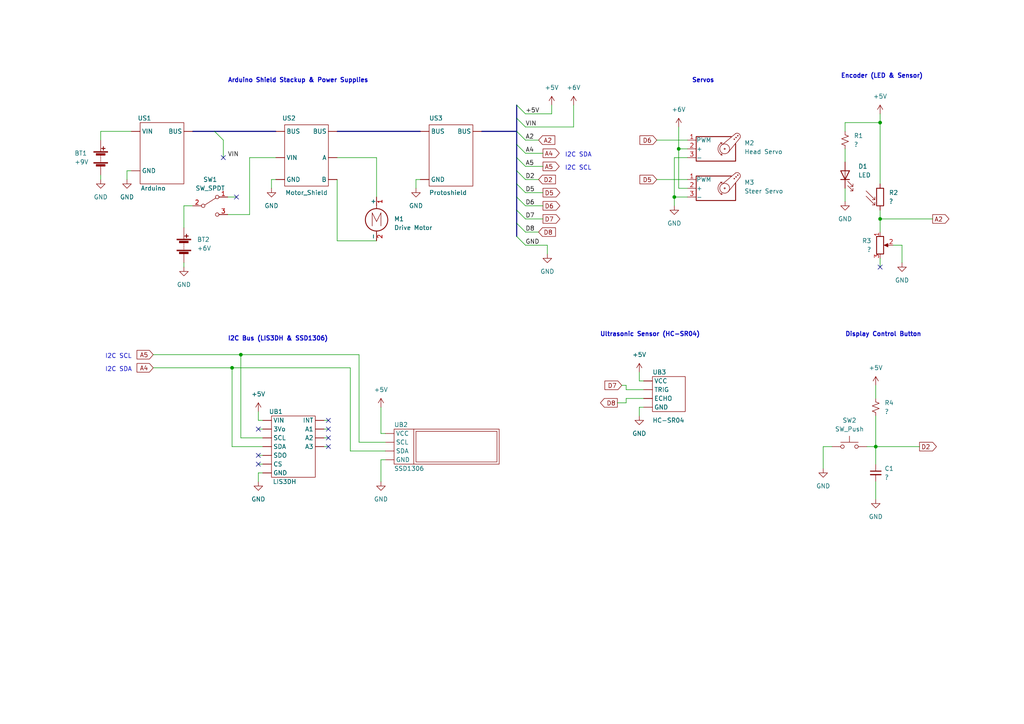
<source format=kicad_sch>
(kicad_sch (version 20211123) (generator eeschema)

  (uuid e63e39d7-6ac0-4ffd-8aa3-1841a4541b55)

  (paper "A4")

  (lib_symbols
    (symbol "Device:Battery" (pin_numbers hide) (pin_names (offset 0) hide) (in_bom yes) (on_board yes)
      (property "Reference" "BT" (id 0) (at 2.54 2.54 0)
        (effects (font (size 1.27 1.27)) (justify left))
      )
      (property "Value" "Battery" (id 1) (at 2.54 0 0)
        (effects (font (size 1.27 1.27)) (justify left))
      )
      (property "Footprint" "" (id 2) (at 0 1.524 90)
        (effects (font (size 1.27 1.27)) hide)
      )
      (property "Datasheet" "~" (id 3) (at 0 1.524 90)
        (effects (font (size 1.27 1.27)) hide)
      )
      (property "ki_keywords" "batt voltage-source cell" (id 4) (at 0 0 0)
        (effects (font (size 1.27 1.27)) hide)
      )
      (property "ki_description" "Multiple-cell battery" (id 5) (at 0 0 0)
        (effects (font (size 1.27 1.27)) hide)
      )
      (symbol "Battery_0_1"
        (rectangle (start -2.032 -1.397) (end 2.032 -1.651)
          (stroke (width 0) (type default) (color 0 0 0 0))
          (fill (type outline))
        )
        (rectangle (start -2.032 1.778) (end 2.032 1.524)
          (stroke (width 0) (type default) (color 0 0 0 0))
          (fill (type outline))
        )
        (rectangle (start -1.3208 -1.9812) (end 1.27 -2.4892)
          (stroke (width 0) (type default) (color 0 0 0 0))
          (fill (type outline))
        )
        (rectangle (start -1.3208 1.1938) (end 1.27 0.6858)
          (stroke (width 0) (type default) (color 0 0 0 0))
          (fill (type outline))
        )
        (polyline
          (pts
            (xy 0 -1.524)
            (xy 0 -1.27)
          )
          (stroke (width 0) (type default) (color 0 0 0 0))
          (fill (type none))
        )
        (polyline
          (pts
            (xy 0 -1.016)
            (xy 0 -0.762)
          )
          (stroke (width 0) (type default) (color 0 0 0 0))
          (fill (type none))
        )
        (polyline
          (pts
            (xy 0 -0.508)
            (xy 0 -0.254)
          )
          (stroke (width 0) (type default) (color 0 0 0 0))
          (fill (type none))
        )
        (polyline
          (pts
            (xy 0 0)
            (xy 0 0.254)
          )
          (stroke (width 0) (type default) (color 0 0 0 0))
          (fill (type none))
        )
        (polyline
          (pts
            (xy 0 0.508)
            (xy 0 0.762)
          )
          (stroke (width 0) (type default) (color 0 0 0 0))
          (fill (type none))
        )
        (polyline
          (pts
            (xy 0 1.778)
            (xy 0 2.54)
          )
          (stroke (width 0) (type default) (color 0 0 0 0))
          (fill (type none))
        )
        (polyline
          (pts
            (xy 0.254 2.667)
            (xy 1.27 2.667)
          )
          (stroke (width 0.254) (type default) (color 0 0 0 0))
          (fill (type none))
        )
        (polyline
          (pts
            (xy 0.762 3.175)
            (xy 0.762 2.159)
          )
          (stroke (width 0.254) (type default) (color 0 0 0 0))
          (fill (type none))
        )
      )
      (symbol "Battery_1_1"
        (pin passive line (at 0 5.08 270) (length 2.54)
          (name "+" (effects (font (size 1.27 1.27))))
          (number "1" (effects (font (size 1.27 1.27))))
        )
        (pin passive line (at 0 -5.08 90) (length 2.54)
          (name "-" (effects (font (size 1.27 1.27))))
          (number "2" (effects (font (size 1.27 1.27))))
        )
      )
    )
    (symbol "Device:C_Small" (pin_numbers hide) (pin_names (offset 0.254) hide) (in_bom yes) (on_board yes)
      (property "Reference" "C" (id 0) (at 0.254 1.778 0)
        (effects (font (size 1.27 1.27)) (justify left))
      )
      (property "Value" "C_Small" (id 1) (at 0.254 -2.032 0)
        (effects (font (size 1.27 1.27)) (justify left))
      )
      (property "Footprint" "" (id 2) (at 0 0 0)
        (effects (font (size 1.27 1.27)) hide)
      )
      (property "Datasheet" "~" (id 3) (at 0 0 0)
        (effects (font (size 1.27 1.27)) hide)
      )
      (property "ki_keywords" "capacitor cap" (id 4) (at 0 0 0)
        (effects (font (size 1.27 1.27)) hide)
      )
      (property "ki_description" "Unpolarized capacitor, small symbol" (id 5) (at 0 0 0)
        (effects (font (size 1.27 1.27)) hide)
      )
      (property "ki_fp_filters" "C_*" (id 6) (at 0 0 0)
        (effects (font (size 1.27 1.27)) hide)
      )
      (symbol "C_Small_0_1"
        (polyline
          (pts
            (xy -1.524 -0.508)
            (xy 1.524 -0.508)
          )
          (stroke (width 0.3302) (type default) (color 0 0 0 0))
          (fill (type none))
        )
        (polyline
          (pts
            (xy -1.524 0.508)
            (xy 1.524 0.508)
          )
          (stroke (width 0.3048) (type default) (color 0 0 0 0))
          (fill (type none))
        )
      )
      (symbol "C_Small_1_1"
        (pin passive line (at 0 2.54 270) (length 2.032)
          (name "~" (effects (font (size 1.27 1.27))))
          (number "1" (effects (font (size 1.27 1.27))))
        )
        (pin passive line (at 0 -2.54 90) (length 2.032)
          (name "~" (effects (font (size 1.27 1.27))))
          (number "2" (effects (font (size 1.27 1.27))))
        )
      )
    )
    (symbol "Device:LED" (pin_numbers hide) (pin_names (offset 1.016) hide) (in_bom yes) (on_board yes)
      (property "Reference" "D" (id 0) (at 0 2.54 0)
        (effects (font (size 1.27 1.27)))
      )
      (property "Value" "LED" (id 1) (at 0 -2.54 0)
        (effects (font (size 1.27 1.27)))
      )
      (property "Footprint" "" (id 2) (at 0 0 0)
        (effects (font (size 1.27 1.27)) hide)
      )
      (property "Datasheet" "~" (id 3) (at 0 0 0)
        (effects (font (size 1.27 1.27)) hide)
      )
      (property "ki_keywords" "LED diode" (id 4) (at 0 0 0)
        (effects (font (size 1.27 1.27)) hide)
      )
      (property "ki_description" "Light emitting diode" (id 5) (at 0 0 0)
        (effects (font (size 1.27 1.27)) hide)
      )
      (property "ki_fp_filters" "LED* LED_SMD:* LED_THT:*" (id 6) (at 0 0 0)
        (effects (font (size 1.27 1.27)) hide)
      )
      (symbol "LED_0_1"
        (polyline
          (pts
            (xy -1.27 -1.27)
            (xy -1.27 1.27)
          )
          (stroke (width 0.254) (type default) (color 0 0 0 0))
          (fill (type none))
        )
        (polyline
          (pts
            (xy -1.27 0)
            (xy 1.27 0)
          )
          (stroke (width 0) (type default) (color 0 0 0 0))
          (fill (type none))
        )
        (polyline
          (pts
            (xy 1.27 -1.27)
            (xy 1.27 1.27)
            (xy -1.27 0)
            (xy 1.27 -1.27)
          )
          (stroke (width 0.254) (type default) (color 0 0 0 0))
          (fill (type none))
        )
        (polyline
          (pts
            (xy -3.048 -0.762)
            (xy -4.572 -2.286)
            (xy -3.81 -2.286)
            (xy -4.572 -2.286)
            (xy -4.572 -1.524)
          )
          (stroke (width 0) (type default) (color 0 0 0 0))
          (fill (type none))
        )
        (polyline
          (pts
            (xy -1.778 -0.762)
            (xy -3.302 -2.286)
            (xy -2.54 -2.286)
            (xy -3.302 -2.286)
            (xy -3.302 -1.524)
          )
          (stroke (width 0) (type default) (color 0 0 0 0))
          (fill (type none))
        )
      )
      (symbol "LED_1_1"
        (pin passive line (at -3.81 0 0) (length 2.54)
          (name "K" (effects (font (size 1.27 1.27))))
          (number "1" (effects (font (size 1.27 1.27))))
        )
        (pin passive line (at 3.81 0 180) (length 2.54)
          (name "A" (effects (font (size 1.27 1.27))))
          (number "2" (effects (font (size 1.27 1.27))))
        )
      )
    )
    (symbol "Device:R_Photo" (pin_numbers hide) (pin_names (offset 0)) (in_bom yes) (on_board yes)
      (property "Reference" "R" (id 0) (at 1.27 1.27 0)
        (effects (font (size 1.27 1.27)) (justify left))
      )
      (property "Value" "R_Photo" (id 1) (at 1.27 0 0)
        (effects (font (size 1.27 1.27)) (justify left top))
      )
      (property "Footprint" "" (id 2) (at 1.27 -6.35 90)
        (effects (font (size 1.27 1.27)) (justify left) hide)
      )
      (property "Datasheet" "~" (id 3) (at 0 -1.27 0)
        (effects (font (size 1.27 1.27)) hide)
      )
      (property "ki_keywords" "resistor variable light sensitive opto LDR" (id 4) (at 0 0 0)
        (effects (font (size 1.27 1.27)) hide)
      )
      (property "ki_description" "Photoresistor" (id 5) (at 0 0 0)
        (effects (font (size 1.27 1.27)) hide)
      )
      (property "ki_fp_filters" "*LDR* R?LDR*" (id 6) (at 0 0 0)
        (effects (font (size 1.27 1.27)) hide)
      )
      (symbol "R_Photo_0_1"
        (rectangle (start -1.016 2.54) (end 1.016 -2.54)
          (stroke (width 0.254) (type default) (color 0 0 0 0))
          (fill (type none))
        )
        (polyline
          (pts
            (xy -1.524 -2.286)
            (xy -4.064 0.254)
          )
          (stroke (width 0) (type default) (color 0 0 0 0))
          (fill (type none))
        )
        (polyline
          (pts
            (xy -1.524 -2.286)
            (xy -2.286 -2.286)
          )
          (stroke (width 0) (type default) (color 0 0 0 0))
          (fill (type none))
        )
        (polyline
          (pts
            (xy -1.524 -2.286)
            (xy -1.524 -1.524)
          )
          (stroke (width 0) (type default) (color 0 0 0 0))
          (fill (type none))
        )
        (polyline
          (pts
            (xy -1.524 -0.762)
            (xy -4.064 1.778)
          )
          (stroke (width 0) (type default) (color 0 0 0 0))
          (fill (type none))
        )
        (polyline
          (pts
            (xy -1.524 -0.762)
            (xy -2.286 -0.762)
          )
          (stroke (width 0) (type default) (color 0 0 0 0))
          (fill (type none))
        )
        (polyline
          (pts
            (xy -1.524 -0.762)
            (xy -1.524 0)
          )
          (stroke (width 0) (type default) (color 0 0 0 0))
          (fill (type none))
        )
      )
      (symbol "R_Photo_1_1"
        (pin passive line (at 0 3.81 270) (length 1.27)
          (name "~" (effects (font (size 1.27 1.27))))
          (number "1" (effects (font (size 1.27 1.27))))
        )
        (pin passive line (at 0 -3.81 90) (length 1.27)
          (name "~" (effects (font (size 1.27 1.27))))
          (number "2" (effects (font (size 1.27 1.27))))
        )
      )
    )
    (symbol "Device:R_Potentiometer" (pin_names (offset 1.016) hide) (in_bom yes) (on_board yes)
      (property "Reference" "RV" (id 0) (at -4.445 0 90)
        (effects (font (size 1.27 1.27)))
      )
      (property "Value" "R_Potentiometer" (id 1) (at -2.54 0 90)
        (effects (font (size 1.27 1.27)))
      )
      (property "Footprint" "" (id 2) (at 0 0 0)
        (effects (font (size 1.27 1.27)) hide)
      )
      (property "Datasheet" "~" (id 3) (at 0 0 0)
        (effects (font (size 1.27 1.27)) hide)
      )
      (property "ki_keywords" "resistor variable" (id 4) (at 0 0 0)
        (effects (font (size 1.27 1.27)) hide)
      )
      (property "ki_description" "Potentiometer" (id 5) (at 0 0 0)
        (effects (font (size 1.27 1.27)) hide)
      )
      (property "ki_fp_filters" "Potentiometer*" (id 6) (at 0 0 0)
        (effects (font (size 1.27 1.27)) hide)
      )
      (symbol "R_Potentiometer_0_1"
        (polyline
          (pts
            (xy 2.54 0)
            (xy 1.524 0)
          )
          (stroke (width 0) (type default) (color 0 0 0 0))
          (fill (type none))
        )
        (polyline
          (pts
            (xy 1.143 0)
            (xy 2.286 0.508)
            (xy 2.286 -0.508)
            (xy 1.143 0)
          )
          (stroke (width 0) (type default) (color 0 0 0 0))
          (fill (type outline))
        )
        (rectangle (start 1.016 2.54) (end -1.016 -2.54)
          (stroke (width 0.254) (type default) (color 0 0 0 0))
          (fill (type none))
        )
      )
      (symbol "R_Potentiometer_1_1"
        (pin passive line (at 0 3.81 270) (length 1.27)
          (name "1" (effects (font (size 1.27 1.27))))
          (number "1" (effects (font (size 1.27 1.27))))
        )
        (pin passive line (at 3.81 0 180) (length 1.27)
          (name "2" (effects (font (size 1.27 1.27))))
          (number "2" (effects (font (size 1.27 1.27))))
        )
        (pin passive line (at 0 -3.81 90) (length 1.27)
          (name "3" (effects (font (size 1.27 1.27))))
          (number "3" (effects (font (size 1.27 1.27))))
        )
      )
    )
    (symbol "Device:R_Small_US" (pin_numbers hide) (pin_names (offset 0.254) hide) (in_bom yes) (on_board yes)
      (property "Reference" "R" (id 0) (at 0.762 0.508 0)
        (effects (font (size 1.27 1.27)) (justify left))
      )
      (property "Value" "R_Small_US" (id 1) (at 0.762 -1.016 0)
        (effects (font (size 1.27 1.27)) (justify left))
      )
      (property "Footprint" "" (id 2) (at 0 0 0)
        (effects (font (size 1.27 1.27)) hide)
      )
      (property "Datasheet" "~" (id 3) (at 0 0 0)
        (effects (font (size 1.27 1.27)) hide)
      )
      (property "ki_keywords" "r resistor" (id 4) (at 0 0 0)
        (effects (font (size 1.27 1.27)) hide)
      )
      (property "ki_description" "Resistor, small US symbol" (id 5) (at 0 0 0)
        (effects (font (size 1.27 1.27)) hide)
      )
      (property "ki_fp_filters" "R_*" (id 6) (at 0 0 0)
        (effects (font (size 1.27 1.27)) hide)
      )
      (symbol "R_Small_US_1_1"
        (polyline
          (pts
            (xy 0 0)
            (xy 1.016 -0.381)
            (xy 0 -0.762)
            (xy -1.016 -1.143)
            (xy 0 -1.524)
          )
          (stroke (width 0) (type default) (color 0 0 0 0))
          (fill (type none))
        )
        (polyline
          (pts
            (xy 0 1.524)
            (xy 1.016 1.143)
            (xy 0 0.762)
            (xy -1.016 0.381)
            (xy 0 0)
          )
          (stroke (width 0) (type default) (color 0 0 0 0))
          (fill (type none))
        )
        (pin passive line (at 0 2.54 270) (length 1.016)
          (name "~" (effects (font (size 1.27 1.27))))
          (number "1" (effects (font (size 1.27 1.27))))
        )
        (pin passive line (at 0 -2.54 90) (length 1.016)
          (name "~" (effects (font (size 1.27 1.27))))
          (number "2" (effects (font (size 1.27 1.27))))
        )
      )
    )
    (symbol "Motor:Motor_DC" (pin_names (offset 0)) (in_bom yes) (on_board yes)
      (property "Reference" "M" (id 0) (at 2.54 2.54 0)
        (effects (font (size 1.27 1.27)) (justify left))
      )
      (property "Value" "Motor_DC" (id 1) (at 2.54 -5.08 0)
        (effects (font (size 1.27 1.27)) (justify left top))
      )
      (property "Footprint" "" (id 2) (at 0 -2.286 0)
        (effects (font (size 1.27 1.27)) hide)
      )
      (property "Datasheet" "~" (id 3) (at 0 -2.286 0)
        (effects (font (size 1.27 1.27)) hide)
      )
      (property "ki_keywords" "DC Motor" (id 4) (at 0 0 0)
        (effects (font (size 1.27 1.27)) hide)
      )
      (property "ki_description" "DC Motor" (id 5) (at 0 0 0)
        (effects (font (size 1.27 1.27)) hide)
      )
      (property "ki_fp_filters" "PinHeader*P2.54mm* TerminalBlock*" (id 6) (at 0 0 0)
        (effects (font (size 1.27 1.27)) hide)
      )
      (symbol "Motor_DC_0_0"
        (polyline
          (pts
            (xy -1.27 -3.302)
            (xy -1.27 0.508)
            (xy 0 -2.032)
            (xy 1.27 0.508)
            (xy 1.27 -3.302)
          )
          (stroke (width 0) (type default) (color 0 0 0 0))
          (fill (type none))
        )
      )
      (symbol "Motor_DC_0_1"
        (circle (center 0 -1.524) (radius 3.2512)
          (stroke (width 0.254) (type default) (color 0 0 0 0))
          (fill (type none))
        )
        (polyline
          (pts
            (xy 0 -7.62)
            (xy 0 -7.112)
          )
          (stroke (width 0) (type default) (color 0 0 0 0))
          (fill (type none))
        )
        (polyline
          (pts
            (xy 0 -4.7752)
            (xy 0 -5.1816)
          )
          (stroke (width 0) (type default) (color 0 0 0 0))
          (fill (type none))
        )
        (polyline
          (pts
            (xy 0 1.7272)
            (xy 0 2.0828)
          )
          (stroke (width 0) (type default) (color 0 0 0 0))
          (fill (type none))
        )
        (polyline
          (pts
            (xy 0 2.032)
            (xy 0 2.54)
          )
          (stroke (width 0) (type default) (color 0 0 0 0))
          (fill (type none))
        )
      )
      (symbol "Motor_DC_1_1"
        (pin passive line (at 0 5.08 270) (length 2.54)
          (name "+" (effects (font (size 1.27 1.27))))
          (number "1" (effects (font (size 1.27 1.27))))
        )
        (pin passive line (at 0 -7.62 90) (length 2.54)
          (name "-" (effects (font (size 1.27 1.27))))
          (number "2" (effects (font (size 1.27 1.27))))
        )
      )
    )
    (symbol "Motor:Motor_Servo" (pin_names (offset 0.0254)) (in_bom yes) (on_board yes)
      (property "Reference" "M" (id 0) (at -5.08 4.445 0)
        (effects (font (size 1.27 1.27)) (justify left))
      )
      (property "Value" "Motor_Servo" (id 1) (at -5.08 -4.064 0)
        (effects (font (size 1.27 1.27)) (justify left top))
      )
      (property "Footprint" "" (id 2) (at 0 -4.826 0)
        (effects (font (size 1.27 1.27)) hide)
      )
      (property "Datasheet" "http://forums.parallax.com/uploads/attachments/46831/74481.png" (id 3) (at 0 -4.826 0)
        (effects (font (size 1.27 1.27)) hide)
      )
      (property "ki_keywords" "Servo Motor" (id 4) (at 0 0 0)
        (effects (font (size 1.27 1.27)) hide)
      )
      (property "ki_description" "Servo Motor (Futaba, HiTec, JR connector)" (id 5) (at 0 0 0)
        (effects (font (size 1.27 1.27)) hide)
      )
      (property "ki_fp_filters" "PinHeader*P2.54mm*" (id 6) (at 0 0 0)
        (effects (font (size 1.27 1.27)) hide)
      )
      (symbol "Motor_Servo_0_1"
        (polyline
          (pts
            (xy 2.413 -1.778)
            (xy 2.032 -1.778)
          )
          (stroke (width 0) (type default) (color 0 0 0 0))
          (fill (type none))
        )
        (polyline
          (pts
            (xy 2.413 -1.778)
            (xy 2.286 -1.397)
          )
          (stroke (width 0) (type default) (color 0 0 0 0))
          (fill (type none))
        )
        (polyline
          (pts
            (xy 2.413 1.778)
            (xy 1.905 1.778)
          )
          (stroke (width 0) (type default) (color 0 0 0 0))
          (fill (type none))
        )
        (polyline
          (pts
            (xy 2.413 1.778)
            (xy 2.286 1.397)
          )
          (stroke (width 0) (type default) (color 0 0 0 0))
          (fill (type none))
        )
        (polyline
          (pts
            (xy 6.35 4.445)
            (xy 2.54 1.27)
          )
          (stroke (width 0) (type default) (color 0 0 0 0))
          (fill (type none))
        )
        (polyline
          (pts
            (xy 7.62 3.175)
            (xy 4.191 -1.016)
          )
          (stroke (width 0) (type default) (color 0 0 0 0))
          (fill (type none))
        )
        (polyline
          (pts
            (xy 5.08 3.556)
            (xy -5.08 3.556)
            (xy -5.08 -3.556)
            (xy 6.35 -3.556)
            (xy 6.35 1.524)
          )
          (stroke (width 0.254) (type default) (color 0 0 0 0))
          (fill (type none))
        )
        (arc (start 2.413 1.778) (mid 1.2406 0) (end 2.413 -1.778)
          (stroke (width 0) (type default) (color 0 0 0 0))
          (fill (type none))
        )
        (circle (center 3.175 0) (radius 0.1778)
          (stroke (width 0) (type default) (color 0 0 0 0))
          (fill (type none))
        )
        (circle (center 3.175 0) (radius 1.4224)
          (stroke (width 0) (type default) (color 0 0 0 0))
          (fill (type none))
        )
        (circle (center 5.969 2.794) (radius 0.127)
          (stroke (width 0) (type default) (color 0 0 0 0))
          (fill (type none))
        )
        (circle (center 6.477 3.302) (radius 0.127)
          (stroke (width 0) (type default) (color 0 0 0 0))
          (fill (type none))
        )
        (circle (center 6.985 3.81) (radius 0.127)
          (stroke (width 0) (type default) (color 0 0 0 0))
          (fill (type none))
        )
        (arc (start 7.62 3.175) (mid 7.4485 4.2735) (end 6.35 4.445)
          (stroke (width 0) (type default) (color 0 0 0 0))
          (fill (type none))
        )
      )
      (symbol "Motor_Servo_1_1"
        (pin passive line (at -7.62 2.54 0) (length 2.54)
          (name "PWM" (effects (font (size 1.27 1.27))))
          (number "1" (effects (font (size 1.27 1.27))))
        )
        (pin passive line (at -7.62 0 0) (length 2.54)
          (name "+" (effects (font (size 1.27 1.27))))
          (number "2" (effects (font (size 1.27 1.27))))
        )
        (pin passive line (at -7.62 -2.54 0) (length 2.54)
          (name "-" (effects (font (size 1.27 1.27))))
          (number "3" (effects (font (size 1.27 1.27))))
        )
      )
    )
    (symbol "New_Library:Arduino" (in_bom yes) (on_board yes)
      (property "Reference" "US" (id 0) (at -5.715 10.795 0)
        (effects (font (size 1.27 1.27)))
      )
      (property "Value" "Arduino" (id 1) (at -2.54 -10.795 0)
        (effects (font (size 1.27 1.27)))
      )
      (property "Footprint" "" (id 2) (at -0.635 -10.795 0)
        (effects (font (size 1.27 1.27)) hide)
      )
      (property "Datasheet" "" (id 3) (at -0.635 -10.795 0)
        (effects (font (size 1.27 1.27)) hide)
      )
      (symbol "Arduino_0_1"
        (rectangle (start -6.35 -8.89) (end 6.35 8.89)
          (stroke (width 0) (type default) (color 0 0 0 0))
          (fill (type none))
        )
      )
      (symbol "Arduino_1_1"
        (pin unspecified line (at 8.89 6.35 180) (length 2.54)
          (name "BUS" (effects (font (size 1.27 1.27))))
          (number "" (effects (font (size 1.27 1.27))))
        )
        (pin unspecified line (at -8.89 -5.08 0) (length 2.54)
          (name "GND" (effects (font (size 1.27 1.27))))
          (number "" (effects (font (size 1.27 1.27))))
        )
        (pin power_in line (at -8.89 6.35 0) (length 2.54)
          (name "VIN" (effects (font (size 1.27 1.27))))
          (number "" (effects (font (size 1.27 1.27))))
        )
      )
    )
    (symbol "New_Library:HC-SR04" (in_bom yes) (on_board yes)
      (property "Reference" "U" (id 0) (at 0.635 1.27 0)
        (effects (font (size 1.27 1.27)))
      )
      (property "Value" "HC-SR04" (id 1) (at 4.445 -12.065 0)
        (effects (font (size 1.27 1.27)))
      )
      (property "Footprint" "" (id 2) (at 0 0 0)
        (effects (font (size 1.27 1.27)) hide)
      )
      (property "Datasheet" "" (id 3) (at 0 0 0)
        (effects (font (size 1.27 1.27)) hide)
      )
      (symbol "HC-SR04_0_1"
        (rectangle (start 0 0) (end 9.525 -10.16)
          (stroke (width 0) (type default) (color 0 0 0 0))
          (fill (type none))
        )
      )
      (symbol "HC-SR04_1_1"
        (pin bidirectional line (at -2.54 -6.35 0) (length 2.54)
          (name "ECHO" (effects (font (size 1.27 1.27))))
          (number "" (effects (font (size 1.27 1.27))))
        )
        (pin bidirectional line (at -2.54 -8.89 0) (length 2.54)
          (name "GND" (effects (font (size 1.27 1.27))))
          (number "" (effects (font (size 1.27 1.27))))
        )
        (pin bidirectional line (at -2.54 -3.81 0) (length 2.54)
          (name "TRIG" (effects (font (size 1.27 1.27))))
          (number "" (effects (font (size 1.27 1.27))))
        )
        (pin bidirectional line (at -2.54 -1.27 0) (length 2.54)
          (name "VCC" (effects (font (size 1.27 1.27))))
          (number "" (effects (font (size 1.27 1.27))))
        )
      )
    )
    (symbol "New_Library:LIS3DH" (in_bom yes) (on_board yes)
      (property "Reference" "U" (id 0) (at 0.635 1.27 0)
        (effects (font (size 1.27 1.27)))
      )
      (property "Value" "LIS3DH" (id 1) (at 3.175 -19.05 0)
        (effects (font (size 1.27 1.27)))
      )
      (property "Footprint" "" (id 2) (at 5.715 -6.985 0)
        (effects (font (size 1.27 1.27)) hide)
      )
      (property "Datasheet" "" (id 3) (at 5.715 -6.985 0)
        (effects (font (size 1.27 1.27)) hide)
      )
      (symbol "LIS3DH_0_1"
        (rectangle (start 0 0) (end 12.7 -17.78)
          (stroke (width 0) (type default) (color 0 0 0 0))
          (fill (type none))
        )
      )
      (symbol "LIS3DH_1_1"
        (pin bidirectional line (at -2.54 -3.81 0) (length 2.54)
          (name "3Vo" (effects (font (size 1.27 1.27))))
          (number "" (effects (font (size 1.27 1.27))))
        )
        (pin bidirectional line (at 15.24 -3.81 180) (length 2.54)
          (name "A1" (effects (font (size 1.27 1.27))))
          (number "" (effects (font (size 1.27 1.27))))
        )
        (pin bidirectional line (at 15.24 -6.35 180) (length 2.54)
          (name "A2" (effects (font (size 1.27 1.27))))
          (number "" (effects (font (size 1.27 1.27))))
        )
        (pin bidirectional line (at 15.24 -8.89 180) (length 2.54)
          (name "A3" (effects (font (size 1.27 1.27))))
          (number "" (effects (font (size 1.27 1.27))))
        )
        (pin bidirectional line (at -2.54 -13.97 0) (length 2.54)
          (name "CS" (effects (font (size 1.27 1.27))))
          (number "" (effects (font (size 1.27 1.27))))
        )
        (pin bidirectional line (at -2.54 -16.51 0) (length 2.54)
          (name "GND" (effects (font (size 1.27 1.27))))
          (number "" (effects (font (size 1.27 1.27))))
        )
        (pin bidirectional line (at 15.24 -1.27 180) (length 2.54)
          (name "INT" (effects (font (size 1.27 1.27))))
          (number "" (effects (font (size 1.27 1.27))))
        )
        (pin bidirectional line (at -2.54 -6.35 0) (length 2.54)
          (name "SCL" (effects (font (size 1.27 1.27))))
          (number "" (effects (font (size 1.27 1.27))))
        )
        (pin bidirectional line (at -2.54 -8.89 0) (length 2.54)
          (name "SDA" (effects (font (size 1.27 1.27))))
          (number "" (effects (font (size 1.27 1.27))))
        )
        (pin bidirectional line (at -2.54 -11.43 0) (length 2.54)
          (name "SDO" (effects (font (size 1.27 1.27))))
          (number "" (effects (font (size 1.27 1.27))))
        )
        (pin bidirectional line (at -2.54 -1.27 0) (length 2.54)
          (name "VIN" (effects (font (size 1.27 1.27))))
          (number "" (effects (font (size 1.27 1.27))))
        )
      )
    )
    (symbol "New_Library:Motor_Shield" (in_bom yes) (on_board yes)
      (property "Reference" "U?" (id 0) (at 0 15.24 0)
        (effects (font (size 1.27 1.27)))
      )
      (property "Value" "Motor_Shield" (id 1) (at 0 12.7 0)
        (effects (font (size 1.27 1.27)))
      )
      (property "Footprint" "" (id 2) (at 0 0 0)
        (effects (font (size 1.27 1.27)) hide)
      )
      (property "Datasheet" "" (id 3) (at 0 0 0)
        (effects (font (size 1.27 1.27)) hide)
      )
      (symbol "Motor_Shield_0_1"
        (rectangle (start -6.35 -8.255) (end 6.35 9.525)
          (stroke (width 0) (type default) (color 0 0 0 0))
          (fill (type none))
        )
      )
      (symbol "Motor_Shield_1_1"
        (pin bidirectional line (at 8.89 0 180) (length 2.54)
          (name "A" (effects (font (size 1.27 1.27))))
          (number "" (effects (font (size 1.27 1.27))))
        )
        (pin bidirectional line (at 8.89 -6.35 180) (length 2.54)
          (name "B" (effects (font (size 1.27 1.27))))
          (number "" (effects (font (size 1.27 1.27))))
        )
        (pin unspecified line (at -8.89 7.62 0) (length 2.54)
          (name "BUS" (effects (font (size 1.27 1.27))))
          (number "" (effects (font (size 1.27 1.27))))
        )
        (pin unspecified line (at 8.89 7.62 180) (length 2.54)
          (name "BUS" (effects (font (size 1.27 1.27))))
          (number "" (effects (font (size 1.27 1.27))))
        )
        (pin unspecified line (at -8.89 -6.35 0) (length 2.54)
          (name "GND" (effects (font (size 1.27 1.27))))
          (number "" (effects (font (size 1.27 1.27))))
        )
        (pin power_in line (at -8.89 0 0) (length 2.54)
          (name "VIN" (effects (font (size 1.27 1.27))))
          (number "" (effects (font (size 1.27 1.27))))
        )
      )
    )
    (symbol "New_Library:Protoshield" (in_bom yes) (on_board yes)
      (property "Reference" "U" (id 0) (at -5.715 10.795 0)
        (effects (font (size 1.27 1.27)))
      )
      (property "Value" "Protoshield" (id 1) (at -0.635 -9.525 0)
        (effects (font (size 1.27 1.27)))
      )
      (property "Footprint" "" (id 2) (at 0 0.635 0)
        (effects (font (size 1.27 1.27)) hide)
      )
      (property "Datasheet" "" (id 3) (at 0 0.635 0)
        (effects (font (size 1.27 1.27)) hide)
      )
      (symbol "Protoshield_0_1"
        (rectangle (start -6.35 -8.255) (end 6.35 9.525)
          (stroke (width 0) (type default) (color 0 0 0 0))
          (fill (type none))
        )
      )
      (symbol "Protoshield_1_1"
        (pin unspecified line (at -8.89 7.62 0) (length 2.54)
          (name "BUS" (effects (font (size 1.27 1.27))))
          (number "" (effects (font (size 1.27 1.27))))
        )
        (pin unspecified line (at 8.89 7.62 180) (length 2.54)
          (name "BUS" (effects (font (size 1.27 1.27))))
          (number "" (effects (font (size 1.27 1.27))))
        )
        (pin unspecified line (at -8.89 -6.35 0) (length 2.54)
          (name "GND" (effects (font (size 1.27 1.27))))
          (number "" (effects (font (size 1.27 1.27))))
        )
      )
    )
    (symbol "New_Library:SSD1306" (in_bom yes) (on_board yes)
      (property "Reference" "U" (id 0) (at 0.635 1.27 0)
        (effects (font (size 1.27 1.27)))
      )
      (property "Value" "SSD1306" (id 1) (at 4.445 -12.065 0)
        (effects (font (size 1.27 1.27)))
      )
      (property "Footprint" "" (id 2) (at 0 0 0)
        (effects (font (size 1.27 1.27)) hide)
      )
      (property "Datasheet" "" (id 3) (at 0 0 0)
        (effects (font (size 1.27 1.27)) hide)
      )
      (symbol "SSD1306_0_1"
        (polyline
          (pts
            (xy 5.715 -10.16)
            (xy 5.715 0)
          )
          (stroke (width 0) (type default) (color 0 0 0 0))
          (fill (type none))
        )
        (rectangle (start 0 0) (end 30.48 -10.16)
          (stroke (width 0) (type default) (color 0 0 0 0))
          (fill (type none))
        )
        (rectangle (start 6.35 -0.635) (end 29.845 -9.525)
          (stroke (width 0) (type default) (color 0 0 0 0))
          (fill (type none))
        )
      )
      (symbol "SSD1306_1_1"
        (pin bidirectional line (at -2.54 -8.89 0) (length 2.54)
          (name "GND" (effects (font (size 1.27 1.27))))
          (number "" (effects (font (size 1.27 1.27))))
        )
        (pin bidirectional line (at -2.54 -3.81 0) (length 2.54)
          (name "SCL" (effects (font (size 1.27 1.27))))
          (number "" (effects (font (size 1.27 1.27))))
        )
        (pin bidirectional line (at -2.54 -6.35 0) (length 2.54)
          (name "SDA" (effects (font (size 1.27 1.27))))
          (number "" (effects (font (size 1.27 1.27))))
        )
        (pin bidirectional line (at -2.54 -1.27 0) (length 2.54)
          (name "VCC" (effects (font (size 1.27 1.27))))
          (number "" (effects (font (size 1.27 1.27))))
        )
      )
    )
    (symbol "Switch:SW_Push" (pin_numbers hide) (pin_names (offset 1.016) hide) (in_bom yes) (on_board yes)
      (property "Reference" "SW" (id 0) (at 1.27 2.54 0)
        (effects (font (size 1.27 1.27)) (justify left))
      )
      (property "Value" "SW_Push" (id 1) (at 0 -1.524 0)
        (effects (font (size 1.27 1.27)))
      )
      (property "Footprint" "" (id 2) (at 0 5.08 0)
        (effects (font (size 1.27 1.27)) hide)
      )
      (property "Datasheet" "~" (id 3) (at 0 5.08 0)
        (effects (font (size 1.27 1.27)) hide)
      )
      (property "ki_keywords" "switch normally-open pushbutton push-button" (id 4) (at 0 0 0)
        (effects (font (size 1.27 1.27)) hide)
      )
      (property "ki_description" "Push button switch, generic, two pins" (id 5) (at 0 0 0)
        (effects (font (size 1.27 1.27)) hide)
      )
      (symbol "SW_Push_0_1"
        (circle (center -2.032 0) (radius 0.508)
          (stroke (width 0) (type default) (color 0 0 0 0))
          (fill (type none))
        )
        (polyline
          (pts
            (xy 0 1.27)
            (xy 0 3.048)
          )
          (stroke (width 0) (type default) (color 0 0 0 0))
          (fill (type none))
        )
        (polyline
          (pts
            (xy 2.54 1.27)
            (xy -2.54 1.27)
          )
          (stroke (width 0) (type default) (color 0 0 0 0))
          (fill (type none))
        )
        (circle (center 2.032 0) (radius 0.508)
          (stroke (width 0) (type default) (color 0 0 0 0))
          (fill (type none))
        )
        (pin passive line (at -5.08 0 0) (length 2.54)
          (name "1" (effects (font (size 1.27 1.27))))
          (number "1" (effects (font (size 1.27 1.27))))
        )
        (pin passive line (at 5.08 0 180) (length 2.54)
          (name "2" (effects (font (size 1.27 1.27))))
          (number "2" (effects (font (size 1.27 1.27))))
        )
      )
    )
    (symbol "Switch:SW_SPDT" (pin_names (offset 0) hide) (in_bom yes) (on_board yes)
      (property "Reference" "SW" (id 0) (at 0 4.318 0)
        (effects (font (size 1.27 1.27)))
      )
      (property "Value" "SW_SPDT" (id 1) (at 0 -5.08 0)
        (effects (font (size 1.27 1.27)))
      )
      (property "Footprint" "" (id 2) (at 0 0 0)
        (effects (font (size 1.27 1.27)) hide)
      )
      (property "Datasheet" "~" (id 3) (at 0 0 0)
        (effects (font (size 1.27 1.27)) hide)
      )
      (property "ki_keywords" "switch single-pole double-throw spdt ON-ON" (id 4) (at 0 0 0)
        (effects (font (size 1.27 1.27)) hide)
      )
      (property "ki_description" "Switch, single pole double throw" (id 5) (at 0 0 0)
        (effects (font (size 1.27 1.27)) hide)
      )
      (symbol "SW_SPDT_0_0"
        (circle (center -2.032 0) (radius 0.508)
          (stroke (width 0) (type default) (color 0 0 0 0))
          (fill (type none))
        )
        (circle (center 2.032 -2.54) (radius 0.508)
          (stroke (width 0) (type default) (color 0 0 0 0))
          (fill (type none))
        )
      )
      (symbol "SW_SPDT_0_1"
        (polyline
          (pts
            (xy -1.524 0.254)
            (xy 1.651 2.286)
          )
          (stroke (width 0) (type default) (color 0 0 0 0))
          (fill (type none))
        )
        (circle (center 2.032 2.54) (radius 0.508)
          (stroke (width 0) (type default) (color 0 0 0 0))
          (fill (type none))
        )
      )
      (symbol "SW_SPDT_1_1"
        (pin passive line (at 5.08 2.54 180) (length 2.54)
          (name "A" (effects (font (size 1.27 1.27))))
          (number "1" (effects (font (size 1.27 1.27))))
        )
        (pin passive line (at -5.08 0 0) (length 2.54)
          (name "B" (effects (font (size 1.27 1.27))))
          (number "2" (effects (font (size 1.27 1.27))))
        )
        (pin passive line (at 5.08 -2.54 180) (length 2.54)
          (name "C" (effects (font (size 1.27 1.27))))
          (number "3" (effects (font (size 1.27 1.27))))
        )
      )
    )
    (symbol "power:+5V" (power) (pin_names (offset 0)) (in_bom yes) (on_board yes)
      (property "Reference" "#PWR" (id 0) (at 0 -3.81 0)
        (effects (font (size 1.27 1.27)) hide)
      )
      (property "Value" "+5V" (id 1) (at 0 3.556 0)
        (effects (font (size 1.27 1.27)))
      )
      (property "Footprint" "" (id 2) (at 0 0 0)
        (effects (font (size 1.27 1.27)) hide)
      )
      (property "Datasheet" "" (id 3) (at 0 0 0)
        (effects (font (size 1.27 1.27)) hide)
      )
      (property "ki_keywords" "power-flag" (id 4) (at 0 0 0)
        (effects (font (size 1.27 1.27)) hide)
      )
      (property "ki_description" "Power symbol creates a global label with name \"+5V\"" (id 5) (at 0 0 0)
        (effects (font (size 1.27 1.27)) hide)
      )
      (symbol "+5V_0_1"
        (polyline
          (pts
            (xy -0.762 1.27)
            (xy 0 2.54)
          )
          (stroke (width 0) (type default) (color 0 0 0 0))
          (fill (type none))
        )
        (polyline
          (pts
            (xy 0 0)
            (xy 0 2.54)
          )
          (stroke (width 0) (type default) (color 0 0 0 0))
          (fill (type none))
        )
        (polyline
          (pts
            (xy 0 2.54)
            (xy 0.762 1.27)
          )
          (stroke (width 0) (type default) (color 0 0 0 0))
          (fill (type none))
        )
      )
      (symbol "+5V_1_1"
        (pin power_in line (at 0 0 90) (length 0) hide
          (name "+5V" (effects (font (size 1.27 1.27))))
          (number "1" (effects (font (size 1.27 1.27))))
        )
      )
    )
    (symbol "power:+6V" (power) (pin_names (offset 0)) (in_bom yes) (on_board yes)
      (property "Reference" "#PWR" (id 0) (at 0 -3.81 0)
        (effects (font (size 1.27 1.27)) hide)
      )
      (property "Value" "+6V" (id 1) (at 0 3.556 0)
        (effects (font (size 1.27 1.27)))
      )
      (property "Footprint" "" (id 2) (at 0 0 0)
        (effects (font (size 1.27 1.27)) hide)
      )
      (property "Datasheet" "" (id 3) (at 0 0 0)
        (effects (font (size 1.27 1.27)) hide)
      )
      (property "ki_keywords" "power-flag" (id 4) (at 0 0 0)
        (effects (font (size 1.27 1.27)) hide)
      )
      (property "ki_description" "Power symbol creates a global label with name \"+6V\"" (id 5) (at 0 0 0)
        (effects (font (size 1.27 1.27)) hide)
      )
      (symbol "+6V_0_1"
        (polyline
          (pts
            (xy -0.762 1.27)
            (xy 0 2.54)
          )
          (stroke (width 0) (type default) (color 0 0 0 0))
          (fill (type none))
        )
        (polyline
          (pts
            (xy 0 0)
            (xy 0 2.54)
          )
          (stroke (width 0) (type default) (color 0 0 0 0))
          (fill (type none))
        )
        (polyline
          (pts
            (xy 0 2.54)
            (xy 0.762 1.27)
          )
          (stroke (width 0) (type default) (color 0 0 0 0))
          (fill (type none))
        )
      )
      (symbol "+6V_1_1"
        (pin power_in line (at 0 0 90) (length 0) hide
          (name "+6V" (effects (font (size 1.27 1.27))))
          (number "1" (effects (font (size 1.27 1.27))))
        )
      )
    )
    (symbol "power:GND" (power) (pin_names (offset 0)) (in_bom yes) (on_board yes)
      (property "Reference" "#PWR" (id 0) (at 0 -6.35 0)
        (effects (font (size 1.27 1.27)) hide)
      )
      (property "Value" "GND" (id 1) (at 0 -3.81 0)
        (effects (font (size 1.27 1.27)))
      )
      (property "Footprint" "" (id 2) (at 0 0 0)
        (effects (font (size 1.27 1.27)) hide)
      )
      (property "Datasheet" "" (id 3) (at 0 0 0)
        (effects (font (size 1.27 1.27)) hide)
      )
      (property "ki_keywords" "power-flag" (id 4) (at 0 0 0)
        (effects (font (size 1.27 1.27)) hide)
      )
      (property "ki_description" "Power symbol creates a global label with name \"GND\" , ground" (id 5) (at 0 0 0)
        (effects (font (size 1.27 1.27)) hide)
      )
      (symbol "GND_0_1"
        (polyline
          (pts
            (xy 0 0)
            (xy 0 -1.27)
            (xy 1.27 -1.27)
            (xy 0 -2.54)
            (xy -1.27 -1.27)
            (xy 0 -1.27)
          )
          (stroke (width 0) (type default) (color 0 0 0 0))
          (fill (type none))
        )
      )
      (symbol "GND_1_1"
        (pin power_in line (at 0 0 270) (length 0) hide
          (name "GND" (effects (font (size 1.27 1.27))))
          (number "1" (effects (font (size 1.27 1.27))))
        )
      )
    )
  )

  (junction (at 67.31 106.68) (diameter 0) (color 0 0 0 0)
    (uuid 0b4fa764-2dcb-4cf9-bffc-05cdb85e6f71)
  )
  (junction (at 254 129.54) (diameter 0) (color 0 0 0 0)
    (uuid 2ec18784-c436-4905-b94f-ea3d2f4ca38a)
  )
  (junction (at 195.58 57.15) (diameter 0) (color 0 0 0 0)
    (uuid 460d3f94-513d-4323-811b-d6f1c6aab201)
  )
  (junction (at 69.85 102.87) (diameter 0) (color 0 0 0 0)
    (uuid 49e55ad8-b2f1-40dc-8c66-c9327bbf927e)
  )
  (junction (at 255.27 63.5) (diameter 0) (color 0 0 0 0)
    (uuid 822ef4da-0121-4bb3-b1a6-14b12543946d)
  )
  (junction (at 255.27 35.56) (diameter 0) (color 0 0 0 0)
    (uuid b792aaa2-256d-4d50-bda6-45538f011032)
  )
  (junction (at 196.85 43.18) (diameter 0) (color 0 0 0 0)
    (uuid d749218e-4e11-4f2e-ba2a-99e53dffd1cd)
  )

  (no_connect (at 64.77 45.72) (uuid 1e1779d7-2dfb-4bdc-859d-edba618f75c8))
  (no_connect (at 68.58 57.15) (uuid 4834a1be-a076-4a32-a12a-7f758e7986bb))
  (no_connect (at 95.25 127) (uuid 8d9b70e7-334f-41f6-9ab3-c438ad7e8bac))
  (no_connect (at 95.25 129.54) (uuid 8d9b70e7-334f-41f6-9ab3-c438ad7e8bad))
  (no_connect (at 95.25 121.92) (uuid 8d9b70e7-334f-41f6-9ab3-c438ad7e8bae))
  (no_connect (at 95.25 124.46) (uuid 8d9b70e7-334f-41f6-9ab3-c438ad7e8baf))
  (no_connect (at 74.93 132.08) (uuid 8d9b70e7-334f-41f6-9ab3-c438ad7e8bb0))
  (no_connect (at 74.93 134.62) (uuid 8d9b70e7-334f-41f6-9ab3-c438ad7e8bb1))
  (no_connect (at 74.93 124.46) (uuid 8d9b70e7-334f-41f6-9ab3-c438ad7e8bb2))
  (no_connect (at 255.27 77.47) (uuid 98346a46-56e4-425f-95fe-ebd349db16a9))

  (bus_entry (at 62.23 38.1) (size 2.54 2.54)
    (stroke (width 0) (type default) (color 0 0 0 0))
    (uuid 2937c74c-3a7f-4e4f-b9d4-0c1a72c9904a)
  )
  (bus_entry (at 149.86 45.72) (size 2.54 2.54)
    (stroke (width 0) (type default) (color 0 0 0 0))
    (uuid 2da6e92c-c2fc-4f72-b3f5-c986cfe55cb2)
  )
  (bus_entry (at 149.86 41.91) (size 2.54 2.54)
    (stroke (width 0) (type default) (color 0 0 0 0))
    (uuid 2da6e92c-c2fc-4f72-b3f5-c986cfe55cb3)
  )
  (bus_entry (at 149.86 57.15) (size 2.54 2.54)
    (stroke (width 0) (type default) (color 0 0 0 0))
    (uuid 2da6e92c-c2fc-4f72-b3f5-c986cfe55cb4)
  )
  (bus_entry (at 149.86 49.53) (size 2.54 2.54)
    (stroke (width 0) (type default) (color 0 0 0 0))
    (uuid 2da6e92c-c2fc-4f72-b3f5-c986cfe55cb5)
  )
  (bus_entry (at 149.86 53.34) (size 2.54 2.54)
    (stroke (width 0) (type default) (color 0 0 0 0))
    (uuid 2da6e92c-c2fc-4f72-b3f5-c986cfe55cb6)
  )
  (bus_entry (at 149.86 38.1) (size 2.54 2.54)
    (stroke (width 0) (type default) (color 0 0 0 0))
    (uuid 2da6e92c-c2fc-4f72-b3f5-c986cfe55cb7)
  )
  (bus_entry (at 149.86 34.29) (size 2.54 2.54)
    (stroke (width 0) (type default) (color 0 0 0 0))
    (uuid 922f10b6-cf1e-4456-b3df-627f34e14540)
  )
  (bus_entry (at 149.86 30.48) (size 2.54 2.54)
    (stroke (width 0) (type default) (color 0 0 0 0))
    (uuid 922f10b6-cf1e-4456-b3df-627f34e14541)
  )
  (bus_entry (at 149.86 68.58) (size 2.54 2.54)
    (stroke (width 0) (type default) (color 0 0 0 0))
    (uuid b441aac2-7e0b-4d03-b9c5-17d0b5ab1cbf)
  )
  (bus_entry (at 149.86 60.96) (size 2.54 2.54)
    (stroke (width 0) (type default) (color 0 0 0 0))
    (uuid e3d1ae0c-bdbd-41f6-b7e6-f0e003500b9a)
  )
  (bus_entry (at 149.86 64.77) (size 2.54 2.54)
    (stroke (width 0) (type default) (color 0 0 0 0))
    (uuid ea68e50d-99fb-4fd1-8c33-cfde304abc39)
  )

  (wire (pts (xy 78.74 52.07) (xy 78.74 54.61))
    (stroke (width 0) (type default) (color 0 0 0 0))
    (uuid 0001ab71-c676-46fb-bf2e-435c35571949)
  )
  (wire (pts (xy 76.2 129.54) (xy 67.31 129.54))
    (stroke (width 0) (type default) (color 0 0 0 0))
    (uuid 0097183b-91e9-43ec-b879-6db50a4efca3)
  )
  (wire (pts (xy 74.93 137.16) (xy 74.93 139.7))
    (stroke (width 0) (type default) (color 0 0 0 0))
    (uuid 0328421b-1173-49bb-a1f0-9f5de0b66316)
  )
  (wire (pts (xy 76.2 137.16) (xy 74.93 137.16))
    (stroke (width 0) (type default) (color 0 0 0 0))
    (uuid 0912ddb9-2d08-425b-a5cd-d26792f878b1)
  )
  (wire (pts (xy 255.27 63.5) (xy 255.27 67.31))
    (stroke (width 0) (type default) (color 0 0 0 0))
    (uuid 0aef6679-429d-4130-9676-f3ad7be4f264)
  )
  (wire (pts (xy 97.79 45.72) (xy 109.22 45.72))
    (stroke (width 0) (type default) (color 0 0 0 0))
    (uuid 0b93dc4c-825a-42f1-b4a1-02dd5ed130e5)
  )
  (wire (pts (xy 29.21 38.1) (xy 29.21 40.64))
    (stroke (width 0) (type default) (color 0 0 0 0))
    (uuid 0c4085f2-a0eb-4633-8788-e5304381a00f)
  )
  (bus (pts (xy 139.7 38.1) (xy 149.86 38.1))
    (stroke (width 0) (type default) (color 0 0 0 0))
    (uuid 0cd5dea1-5239-4604-9332-e337cb3cb358)
  )

  (wire (pts (xy 55.88 59.69) (xy 53.34 59.69))
    (stroke (width 0) (type default) (color 0 0 0 0))
    (uuid 0e53904a-c70a-4165-a049-5315bcb3e399)
  )
  (wire (pts (xy 104.14 128.27) (xy 104.14 102.87))
    (stroke (width 0) (type default) (color 0 0 0 0))
    (uuid 10be6398-a1a0-46e4-a5a7-6827a71235aa)
  )
  (wire (pts (xy 254 120.65) (xy 254 129.54))
    (stroke (width 0) (type default) (color 0 0 0 0))
    (uuid 16ca0907-be6d-4a43-b966-c4302574a58a)
  )
  (wire (pts (xy 196.85 54.61) (xy 196.85 43.18))
    (stroke (width 0) (type default) (color 0 0 0 0))
    (uuid 18572e05-89cd-4038-aa63-01a138d415b8)
  )
  (wire (pts (xy 152.4 36.83) (xy 166.37 36.83))
    (stroke (width 0) (type default) (color 0 0 0 0))
    (uuid 1a91f58e-dfbb-40e4-8809-fdbf3f3c48c3)
  )
  (bus (pts (xy 149.86 49.53) (xy 149.86 53.34))
    (stroke (width 0) (type default) (color 0 0 0 0))
    (uuid 1b2b794a-0a80-4b68-bfd2-5963f03bb8e9)
  )

  (wire (pts (xy 255.27 74.93) (xy 255.27 77.47))
    (stroke (width 0) (type default) (color 0 0 0 0))
    (uuid 1d2837dc-2094-4b4c-8819-55e93b72904f)
  )
  (wire (pts (xy 195.58 45.72) (xy 195.58 57.15))
    (stroke (width 0) (type default) (color 0 0 0 0))
    (uuid 1d5393e7-86f9-4798-9dad-c921e756d5dc)
  )
  (bus (pts (xy 149.86 38.1) (xy 149.86 41.91))
    (stroke (width 0) (type default) (color 0 0 0 0))
    (uuid 1e6b2dd2-25ae-4df0-8b03-cd3307ae6b18)
  )
  (bus (pts (xy 149.86 34.29) (xy 149.86 38.1))
    (stroke (width 0) (type default) (color 0 0 0 0))
    (uuid 1eb650d8-bf79-495e-9719-94d8ec3a056a)
  )

  (wire (pts (xy 72.39 45.72) (xy 80.01 45.72))
    (stroke (width 0) (type default) (color 0 0 0 0))
    (uuid 21aa0ad6-f542-4d28-bc72-b2e279447ca1)
  )
  (wire (pts (xy 199.39 57.15) (xy 195.58 57.15))
    (stroke (width 0) (type default) (color 0 0 0 0))
    (uuid 238028af-a108-45f9-bf1e-5e4acd0dab23)
  )
  (bus (pts (xy 149.86 45.72) (xy 149.86 49.53))
    (stroke (width 0) (type default) (color 0 0 0 0))
    (uuid 242f0203-312d-4fb9-ae41-8c8ac9eee0cd)
  )

  (wire (pts (xy 110.49 118.11) (xy 110.49 125.73))
    (stroke (width 0) (type default) (color 0 0 0 0))
    (uuid 2b4ee0cb-00f2-4f10-a7c5-7fe40b8f1620)
  )
  (wire (pts (xy 111.76 130.81) (xy 101.6 130.81))
    (stroke (width 0) (type default) (color 0 0 0 0))
    (uuid 2de6eeb6-9d6d-478c-be1b-884570c65371)
  )
  (wire (pts (xy 74.93 124.46) (xy 76.2 124.46))
    (stroke (width 0) (type default) (color 0 0 0 0))
    (uuid 2fd1fade-0928-4e1d-94a8-724f4c5bd1c3)
  )
  (wire (pts (xy 245.11 38.1) (xy 245.11 35.56))
    (stroke (width 0) (type default) (color 0 0 0 0))
    (uuid 2ff9c91f-f994-466f-9eee-e7c4f3acf7ae)
  )
  (wire (pts (xy 180.34 111.76) (xy 181.61 111.76))
    (stroke (width 0) (type default) (color 0 0 0 0))
    (uuid 30769ee1-56e1-4dc3-9d59-6372f101cb75)
  )
  (wire (pts (xy 238.76 129.54) (xy 238.76 135.89))
    (stroke (width 0) (type default) (color 0 0 0 0))
    (uuid 37c4881c-f86d-4a2d-be75-04ddc1fe224b)
  )
  (wire (pts (xy 111.76 125.73) (xy 110.49 125.73))
    (stroke (width 0) (type default) (color 0 0 0 0))
    (uuid 37d8fdf4-92aa-418d-9d73-987138988c0b)
  )
  (bus (pts (xy 149.86 64.77) (xy 149.86 68.58))
    (stroke (width 0) (type default) (color 0 0 0 0))
    (uuid 3caaba70-7a7c-478f-b10c-52ea878dcc1a)
  )

  (wire (pts (xy 259.08 71.12) (xy 261.62 71.12))
    (stroke (width 0) (type default) (color 0 0 0 0))
    (uuid 3fc8ce78-5e05-492b-b9ca-2c91f4b40cd4)
  )
  (wire (pts (xy 152.4 33.02) (xy 160.02 33.02))
    (stroke (width 0) (type default) (color 0 0 0 0))
    (uuid 413a34a2-430e-49f4-910a-b7030f36f100)
  )
  (wire (pts (xy 44.45 102.87) (xy 69.85 102.87))
    (stroke (width 0) (type default) (color 0 0 0 0))
    (uuid 42275b26-70cc-4d0e-a25b-b36c3c50c586)
  )
  (wire (pts (xy 111.76 128.27) (xy 104.14 128.27))
    (stroke (width 0) (type default) (color 0 0 0 0))
    (uuid 438a9008-c87c-49cb-9a22-4c74168651b9)
  )
  (wire (pts (xy 93.98 121.92) (xy 95.25 121.92))
    (stroke (width 0) (type default) (color 0 0 0 0))
    (uuid 46db13f9-eaa2-40c6-95f8-2ce729458078)
  )
  (wire (pts (xy 110.49 133.35) (xy 110.49 139.7))
    (stroke (width 0) (type default) (color 0 0 0 0))
    (uuid 4f60d295-c10c-4877-b899-1e9ebb4dcd8b)
  )
  (wire (pts (xy 166.37 36.83) (xy 166.37 30.48))
    (stroke (width 0) (type default) (color 0 0 0 0))
    (uuid 51e70aa3-28d0-41ac-ac70-f8eed717829a)
  )
  (wire (pts (xy 152.4 48.26) (xy 157.48 48.26))
    (stroke (width 0) (type default) (color 0 0 0 0))
    (uuid 53dd8f87-440a-46b5-b0a9-143b61688406)
  )
  (wire (pts (xy 101.6 106.68) (xy 67.31 106.68))
    (stroke (width 0) (type default) (color 0 0 0 0))
    (uuid 5a58111e-79ed-4833-85c0-146ca7bf9bdb)
  )
  (wire (pts (xy 245.11 54.61) (xy 245.11 58.42))
    (stroke (width 0) (type default) (color 0 0 0 0))
    (uuid 5b0200fb-aeec-4b4f-b063-c07befcab814)
  )
  (bus (pts (xy 149.86 41.91) (xy 149.86 45.72))
    (stroke (width 0) (type default) (color 0 0 0 0))
    (uuid 5bbf1f10-e46c-413f-a767-186e98c7b7cf)
  )

  (wire (pts (xy 111.76 133.35) (xy 110.49 133.35))
    (stroke (width 0) (type default) (color 0 0 0 0))
    (uuid 5c6f5734-2b85-41cc-815b-e9b3d28c424d)
  )
  (wire (pts (xy 53.34 77.47) (xy 53.34 76.2))
    (stroke (width 0) (type default) (color 0 0 0 0))
    (uuid 5c8c7b8a-e650-4615-b3cc-6c309d9922d4)
  )
  (bus (pts (xy 149.86 57.15) (xy 149.86 60.96))
    (stroke (width 0) (type default) (color 0 0 0 0))
    (uuid 5e3bc065-cf0e-4505-8f7a-125b80f2d404)
  )

  (wire (pts (xy 195.58 57.15) (xy 195.58 59.69))
    (stroke (width 0) (type default) (color 0 0 0 0))
    (uuid 5f4b48d9-e889-4acd-b2e9-16f61c0e281e)
  )
  (wire (pts (xy 181.61 115.57) (xy 181.61 116.84))
    (stroke (width 0) (type default) (color 0 0 0 0))
    (uuid 61af4d81-13c0-40a9-babf-4909ca6d2fe6)
  )
  (wire (pts (xy 101.6 130.81) (xy 101.6 106.68))
    (stroke (width 0) (type default) (color 0 0 0 0))
    (uuid 62159df3-08ac-4f3f-ad41-531e7affd9ff)
  )
  (wire (pts (xy 186.69 118.11) (xy 185.42 118.11))
    (stroke (width 0) (type default) (color 0 0 0 0))
    (uuid 6303a97f-e5c9-4725-bd3d-97f1ffd8beed)
  )
  (wire (pts (xy 190.5 52.07) (xy 199.39 52.07))
    (stroke (width 0) (type default) (color 0 0 0 0))
    (uuid 631e347f-7236-4298-8aa7-9edb3a1c1428)
  )
  (wire (pts (xy 152.4 63.5) (xy 157.48 63.5))
    (stroke (width 0) (type default) (color 0 0 0 0))
    (uuid 6461e5be-e1f6-4074-b1f4-d27b676abe2d)
  )
  (wire (pts (xy 109.22 69.85) (xy 97.79 69.85))
    (stroke (width 0) (type default) (color 0 0 0 0))
    (uuid 657f2d30-22e2-4525-bc5b-390de6628a95)
  )
  (wire (pts (xy 93.98 127) (xy 95.25 127))
    (stroke (width 0) (type default) (color 0 0 0 0))
    (uuid 66b71207-81b0-46ba-b027-6d88f73a2da6)
  )
  (wire (pts (xy 158.75 73.66) (xy 158.75 71.12))
    (stroke (width 0) (type default) (color 0 0 0 0))
    (uuid 672b1560-3be5-43d1-9391-9964f8883c53)
  )
  (wire (pts (xy 104.14 102.87) (xy 69.85 102.87))
    (stroke (width 0) (type default) (color 0 0 0 0))
    (uuid 68824bcd-4113-496b-bd51-1db57883e9f9)
  )
  (wire (pts (xy 74.93 121.92) (xy 74.93 119.38))
    (stroke (width 0) (type default) (color 0 0 0 0))
    (uuid 6900ef0d-8080-42d0-ac87-42918cb9a782)
  )
  (bus (pts (xy 149.86 60.96) (xy 149.86 64.77))
    (stroke (width 0) (type default) (color 0 0 0 0))
    (uuid 7016f87b-c3f5-48fd-a118-d97ac5908ac2)
  )

  (wire (pts (xy 185.42 118.11) (xy 185.42 120.65))
    (stroke (width 0) (type default) (color 0 0 0 0))
    (uuid 70d85093-7c89-4da6-b572-e0746ba43a70)
  )
  (wire (pts (xy 255.27 63.5) (xy 270.51 63.5))
    (stroke (width 0) (type default) (color 0 0 0 0))
    (uuid 738d303d-bcee-45a1-95b9-e6a0feea9f31)
  )
  (wire (pts (xy 53.34 59.69) (xy 53.34 66.04))
    (stroke (width 0) (type default) (color 0 0 0 0))
    (uuid 73cd58cf-64e3-4c8e-aa18-418cbbd5eda2)
  )
  (wire (pts (xy 245.11 35.56) (xy 255.27 35.56))
    (stroke (width 0) (type default) (color 0 0 0 0))
    (uuid 744f46c0-9c44-4417-ab64-923cec08c4d9)
  )
  (wire (pts (xy 29.21 52.07) (xy 29.21 50.8))
    (stroke (width 0) (type default) (color 0 0 0 0))
    (uuid 77adc0db-723e-4afd-8e21-fbe900fe19d6)
  )
  (wire (pts (xy 160.02 33.02) (xy 160.02 30.48))
    (stroke (width 0) (type default) (color 0 0 0 0))
    (uuid 794c5c5e-371a-4787-81c1-a38c0fd636c6)
  )
  (wire (pts (xy 29.21 38.1) (xy 38.1 38.1))
    (stroke (width 0) (type default) (color 0 0 0 0))
    (uuid 7c329a0b-2ba3-47a9-99d2-582dc74d52ba)
  )
  (wire (pts (xy 255.27 35.56) (xy 255.27 53.34))
    (stroke (width 0) (type default) (color 0 0 0 0))
    (uuid 8321bcd2-8883-4d78-877f-a828a59f1f55)
  )
  (wire (pts (xy 185.42 110.49) (xy 185.42 107.95))
    (stroke (width 0) (type default) (color 0 0 0 0))
    (uuid 83410720-66c2-4754-bbb4-4023730fcd7c)
  )
  (wire (pts (xy 255.27 60.96) (xy 255.27 63.5))
    (stroke (width 0) (type default) (color 0 0 0 0))
    (uuid 84170589-3a30-49dc-8963-a6b534a7d680)
  )
  (wire (pts (xy 80.01 52.07) (xy 78.74 52.07))
    (stroke (width 0) (type default) (color 0 0 0 0))
    (uuid 8a943b68-7839-4c5e-93df-a5e3bbe99f17)
  )
  (wire (pts (xy 97.79 69.85) (xy 97.79 52.07))
    (stroke (width 0) (type default) (color 0 0 0 0))
    (uuid 8b879bae-e1f1-4b38-bd64-dd09546190ad)
  )
  (wire (pts (xy 254 111.76) (xy 254 115.57))
    (stroke (width 0) (type default) (color 0 0 0 0))
    (uuid 8ed7aa16-9e7a-49fc-8534-69a9088aff17)
  )
  (wire (pts (xy 74.93 134.62) (xy 76.2 134.62))
    (stroke (width 0) (type default) (color 0 0 0 0))
    (uuid 8f6d2929-da4c-4496-9278-53610f984e22)
  )
  (wire (pts (xy 76.2 121.92) (xy 74.93 121.92))
    (stroke (width 0) (type default) (color 0 0 0 0))
    (uuid 93527704-cd80-4ddb-bea0-1a25ac5fe4a8)
  )
  (wire (pts (xy 255.27 33.02) (xy 255.27 35.56))
    (stroke (width 0) (type default) (color 0 0 0 0))
    (uuid 93a64fb6-a313-48a4-8578-22d7c17f6b30)
  )
  (wire (pts (xy 67.31 129.54) (xy 67.31 106.68))
    (stroke (width 0) (type default) (color 0 0 0 0))
    (uuid 93e078e4-d4a9-4b41-b5e0-9e653115514c)
  )
  (wire (pts (xy 181.61 113.03) (xy 186.69 113.03))
    (stroke (width 0) (type default) (color 0 0 0 0))
    (uuid 95ecf0e6-e7fb-43f2-9082-629897de4af0)
  )
  (wire (pts (xy 190.5 40.64) (xy 199.39 40.64))
    (stroke (width 0) (type default) (color 0 0 0 0))
    (uuid 9661cc20-f6f2-450a-9018-9b1cf916666d)
  )
  (wire (pts (xy 152.4 71.12) (xy 158.75 71.12))
    (stroke (width 0) (type default) (color 0 0 0 0))
    (uuid 9f68a8c7-5cc6-42e7-a929-7c8417483d29)
  )
  (wire (pts (xy 36.83 49.53) (xy 36.83 52.07))
    (stroke (width 0) (type default) (color 0 0 0 0))
    (uuid 9fa4e668-3a89-451a-8388-c394853f4295)
  )
  (wire (pts (xy 38.1 49.53) (xy 36.83 49.53))
    (stroke (width 0) (type default) (color 0 0 0 0))
    (uuid a0313e21-0459-4b06-84a4-978d5636c9fa)
  )
  (wire (pts (xy 186.69 110.49) (xy 185.42 110.49))
    (stroke (width 0) (type default) (color 0 0 0 0))
    (uuid a3678ec0-3de5-42ac-8f01-c2fbb1021505)
  )
  (wire (pts (xy 152.4 55.88) (xy 157.48 55.88))
    (stroke (width 0) (type default) (color 0 0 0 0))
    (uuid a4ccd6f0-0dd4-44bf-a5f2-fd2dee19262a)
  )
  (wire (pts (xy 254 129.54) (xy 266.7 129.54))
    (stroke (width 0) (type default) (color 0 0 0 0))
    (uuid a5c2611a-22fa-46ed-884d-925778b0e646)
  )
  (wire (pts (xy 109.22 45.72) (xy 109.22 57.15))
    (stroke (width 0) (type default) (color 0 0 0 0))
    (uuid a69b4653-af3c-4889-bdb1-f896f1004d93)
  )
  (wire (pts (xy 245.11 43.18) (xy 245.11 46.99))
    (stroke (width 0) (type default) (color 0 0 0 0))
    (uuid a96626f0-3578-4fe8-9331-df3fd0a18828)
  )
  (wire (pts (xy 181.61 111.76) (xy 181.61 113.03))
    (stroke (width 0) (type default) (color 0 0 0 0))
    (uuid ab756776-1d66-4401-97ed-bc658c6b9515)
  )
  (wire (pts (xy 72.39 62.23) (xy 72.39 45.72))
    (stroke (width 0) (type default) (color 0 0 0 0))
    (uuid b31a7b8b-591b-48d5-a27c-c8e0f51a5d55)
  )
  (wire (pts (xy 241.3 129.54) (xy 238.76 129.54))
    (stroke (width 0) (type default) (color 0 0 0 0))
    (uuid b33dc4e8-63c1-447c-86c9-7bff049dfa0c)
  )
  (wire (pts (xy 66.04 62.23) (xy 72.39 62.23))
    (stroke (width 0) (type default) (color 0 0 0 0))
    (uuid b5e674dc-d9e5-493b-9af2-dabcb4f1cc14)
  )
  (bus (pts (xy 149.86 53.34) (xy 149.86 57.15))
    (stroke (width 0) (type default) (color 0 0 0 0))
    (uuid ba5a9b61-dfef-46d6-a318-f93b656727ac)
  )

  (wire (pts (xy 74.93 132.08) (xy 76.2 132.08))
    (stroke (width 0) (type default) (color 0 0 0 0))
    (uuid bc2ba300-d536-44e1-9c1c-db3b7dcaf40e)
  )
  (wire (pts (xy 93.98 129.54) (xy 95.25 129.54))
    (stroke (width 0) (type default) (color 0 0 0 0))
    (uuid bed7f79e-7a2b-42b1-815e-9d0ff9988193)
  )
  (bus (pts (xy 62.23 38.1) (xy 80.01 38.1))
    (stroke (width 0) (type default) (color 0 0 0 0))
    (uuid bfdd4b24-b066-4a5e-979f-2f4478085210)
  )

  (wire (pts (xy 196.85 36.83) (xy 196.85 43.18))
    (stroke (width 0) (type default) (color 0 0 0 0))
    (uuid c47fe4a3-beeb-487e-9c24-c9e949d54c5d)
  )
  (wire (pts (xy 152.4 59.69) (xy 157.48 59.69))
    (stroke (width 0) (type default) (color 0 0 0 0))
    (uuid c66290f0-2ff0-489e-b610-7b0d5995c020)
  )
  (wire (pts (xy 69.85 127) (xy 76.2 127))
    (stroke (width 0) (type default) (color 0 0 0 0))
    (uuid c6929859-8768-4589-b97c-0a7c9855135a)
  )
  (wire (pts (xy 120.65 52.07) (xy 121.92 52.07))
    (stroke (width 0) (type default) (color 0 0 0 0))
    (uuid c8ce5e5a-da06-4657-881f-2a9e4ba28a85)
  )
  (wire (pts (xy 152.4 40.64) (xy 156.21 40.64))
    (stroke (width 0) (type default) (color 0 0 0 0))
    (uuid d167829f-cb5e-494f-8f92-274b62f95e16)
  )
  (wire (pts (xy 152.4 44.45) (xy 157.48 44.45))
    (stroke (width 0) (type default) (color 0 0 0 0))
    (uuid d44968ec-c563-471b-a3c5-2d38db7033a6)
  )
  (wire (pts (xy 199.39 45.72) (xy 195.58 45.72))
    (stroke (width 0) (type default) (color 0 0 0 0))
    (uuid d4b5c2aa-292d-4184-b20c-3c026cc267ea)
  )
  (wire (pts (xy 152.4 52.07) (xy 156.21 52.07))
    (stroke (width 0) (type default) (color 0 0 0 0))
    (uuid d57a207c-84a8-43f7-a47b-2e09caa1f677)
  )
  (wire (pts (xy 254 129.54) (xy 254 134.62))
    (stroke (width 0) (type default) (color 0 0 0 0))
    (uuid d92307dc-1806-436f-9b2a-77996180dccf)
  )
  (wire (pts (xy 69.85 102.87) (xy 69.85 127))
    (stroke (width 0) (type default) (color 0 0 0 0))
    (uuid da06c41c-6642-4672-abc5-0a8918f65a11)
  )
  (wire (pts (xy 120.65 54.61) (xy 120.65 52.07))
    (stroke (width 0) (type default) (color 0 0 0 0))
    (uuid da9a5026-acd7-44f7-8b52-19183d82e57c)
  )
  (bus (pts (xy 97.79 38.1) (xy 121.92 38.1))
    (stroke (width 0) (type default) (color 0 0 0 0))
    (uuid de86bceb-841f-4d6a-8e4c-e47136d4ded3)
  )

  (wire (pts (xy 199.39 54.61) (xy 196.85 54.61))
    (stroke (width 0) (type default) (color 0 0 0 0))
    (uuid deff89b3-2e3f-408a-899e-68ce635ed059)
  )
  (wire (pts (xy 64.77 40.64) (xy 64.77 45.72))
    (stroke (width 0) (type default) (color 0 0 0 0))
    (uuid df2e2997-ac9a-490d-a461-d1ab1dc4dce8)
  )
  (wire (pts (xy 179.07 116.84) (xy 181.61 116.84))
    (stroke (width 0) (type default) (color 0 0 0 0))
    (uuid dfa47430-dea0-4676-86af-a9bb572a4511)
  )
  (wire (pts (xy 152.4 67.31) (xy 156.21 67.31))
    (stroke (width 0) (type default) (color 0 0 0 0))
    (uuid e539c66b-8b6a-4f79-a19d-d2d68591605f)
  )
  (wire (pts (xy 261.62 71.12) (xy 261.62 76.2))
    (stroke (width 0) (type default) (color 0 0 0 0))
    (uuid e6efe437-168d-4f27-9c00-dd011be7a304)
  )
  (bus (pts (xy 149.86 30.48) (xy 149.86 34.29))
    (stroke (width 0) (type default) (color 0 0 0 0))
    (uuid ec307bf0-9c67-4fe6-bd82-5e10ea366e15)
  )

  (wire (pts (xy 196.85 43.18) (xy 199.39 43.18))
    (stroke (width 0) (type default) (color 0 0 0 0))
    (uuid f11e3e24-44cc-48ec-9d00-4e3ac192edb6)
  )
  (wire (pts (xy 254 139.7) (xy 254 144.78))
    (stroke (width 0) (type default) (color 0 0 0 0))
    (uuid f3d16345-460b-46fb-a006-8e59db26ff2f)
  )
  (bus (pts (xy 55.88 38.1) (xy 62.23 38.1))
    (stroke (width 0) (type default) (color 0 0 0 0))
    (uuid f40c0727-0d41-4ece-bf6e-ed8d06ffeaef)
  )

  (wire (pts (xy 44.45 106.68) (xy 67.31 106.68))
    (stroke (width 0) (type default) (color 0 0 0 0))
    (uuid f5608791-9e95-4a4b-9dee-10ccd2c749c5)
  )
  (wire (pts (xy 66.04 57.15) (xy 68.58 57.15))
    (stroke (width 0) (type default) (color 0 0 0 0))
    (uuid f5f5176e-6550-4610-9c95-fe27d1c7c69a)
  )
  (wire (pts (xy 186.69 115.57) (xy 181.61 115.57))
    (stroke (width 0) (type default) (color 0 0 0 0))
    (uuid f9b26d57-9f8e-43ce-91a3-8cb688fc0544)
  )
  (wire (pts (xy 251.46 129.54) (xy 254 129.54))
    (stroke (width 0) (type default) (color 0 0 0 0))
    (uuid fc3a071a-7721-438a-886c-20b9d32a732f)
  )
  (wire (pts (xy 93.98 124.46) (xy 95.25 124.46))
    (stroke (width 0) (type default) (color 0 0 0 0))
    (uuid fecee5c7-fda2-4c85-b228-8aec697ddae1)
  )

  (text "Ultrasonic Sensor (HC-SR04)" (at 173.99 97.79 0)
    (effects (font (size 1.27 1.27) (thickness 0.254) bold) (justify left bottom))
    (uuid 0d65a3c4-fbe7-4b1f-b7da-abb9367b93ac)
  )
  (text "I2C SDA" (at 30.48 107.95 0)
    (effects (font (size 1.27 1.27)) (justify left bottom))
    (uuid 215eef2a-856c-4b34-a7c9-43ed30580e05)
  )
  (text "I2C SCL" (at 163.83 49.53 0)
    (effects (font (size 1.27 1.27)) (justify left bottom))
    (uuid 2b833072-4335-44f8-9594-d1d5bf6d59e1)
  )
  (text "Display Control Button" (at 245.11 97.79 0)
    (effects (font (size 1.27 1.27) (thickness 0.254) bold) (justify left bottom))
    (uuid 368f8739-5870-4f83-9eb3-2afed0ac63e0)
  )
  (text "Servos" (at 200.66 24.13 0)
    (effects (font (size 1.27 1.27) (thickness 0.254) bold) (justify left bottom))
    (uuid 8f8224db-9320-42ad-92a1-665ff03d4989)
  )
  (text "I2C SDA" (at 163.83 45.72 0)
    (effects (font (size 1.27 1.27)) (justify left bottom))
    (uuid 9adc1160-cfc4-4cff-93cc-7d976de291a2)
  )
  (text "I2C SCL" (at 30.48 104.14 0)
    (effects (font (size 1.27 1.27)) (justify left bottom))
    (uuid a1f10d42-d577-4151-baaa-68994a1b1562)
  )
  (text "Encoder (LED & Sensor)" (at 243.84 22.86 0)
    (effects (font (size 1.27 1.27) (thickness 0.254) bold) (justify left bottom))
    (uuid a60c716b-9cb4-4b73-ae1e-8e2bf44cdc7a)
  )
  (text "I2C Bus (LIS3DH & SSD1306)" (at 66.04 99.06 0)
    (effects (font (size 1.27 1.27) (thickness 0.254) bold) (justify left bottom))
    (uuid a798ff76-1a76-4671-8329-8c485642b451)
  )
  (text "Arduino Shield Stackup & Power Supplies" (at 66.04 24.13 0)
    (effects (font (size 1.27 1.27) (thickness 0.254) bold) (justify left bottom))
    (uuid e0c7585c-6ef1-418b-8c0d-03e9dbce723c)
  )

  (label "D8" (at 152.4 67.31 0)
    (effects (font (size 1.27 1.27)) (justify left bottom))
    (uuid 11ef2415-0c63-4bc4-bb91-9d734282f760)
  )
  (label "VIN" (at 152.4 36.83 0)
    (effects (font (size 1.27 1.27)) (justify left bottom))
    (uuid 159edc6f-2789-4122-bdba-8a85a342b3fc)
  )
  (label "A5" (at 152.4 48.26 0)
    (effects (font (size 1.27 1.27)) (justify left bottom))
    (uuid 66b02b35-0a59-45b0-baaa-d1717b509537)
  )
  (label "+5V" (at 152.4 33.02 0)
    (effects (font (size 1.27 1.27)) (justify left bottom))
    (uuid 79994dd7-9a9b-4401-b54c-9c19a9b5198f)
  )
  (label "D2" (at 152.4 52.07 0)
    (effects (font (size 1.27 1.27)) (justify left bottom))
    (uuid a6139160-6172-46b5-b2b4-59a60cf1e416)
  )
  (label "VIN" (at 66.04 45.72 0)
    (effects (font (size 1.27 1.27)) (justify left bottom))
    (uuid c7c1942b-260d-4823-a80d-612402cab26e)
  )
  (label "A2" (at 152.4 40.64 0)
    (effects (font (size 1.27 1.27)) (justify left bottom))
    (uuid de88ec7b-bd1c-4c1c-8327-85d45b3de505)
  )
  (label "A4" (at 152.4 44.45 0)
    (effects (font (size 1.27 1.27)) (justify left bottom))
    (uuid e7ecc1bb-01a5-410a-9d7a-702ef587afb9)
  )
  (label "D7" (at 152.4 63.5 0)
    (effects (font (size 1.27 1.27)) (justify left bottom))
    (uuid f8c4ec91-62b8-44d0-8a26-14ce2a4dd099)
  )
  (label "D5" (at 152.4 55.88 0)
    (effects (font (size 1.27 1.27)) (justify left bottom))
    (uuid f9fde25c-063a-439b-8805-731b1b933548)
  )
  (label "GND" (at 152.4 71.12 0)
    (effects (font (size 1.27 1.27)) (justify left bottom))
    (uuid fb76a5e0-32c7-43cb-b9c6-8a639db327ff)
  )
  (label "D6" (at 152.4 59.69 0)
    (effects (font (size 1.27 1.27)) (justify left bottom))
    (uuid ff4cb135-901e-4886-8361-2d3fea5d1e28)
  )

  (global_label "A2" (shape input) (at 156.21 40.64 0) (fields_autoplaced)
    (effects (font (size 1.27 1.27)) (justify left))
    (uuid 09def204-e22b-4109-8c44-66f01d8ad1f4)
    (property "Intersheet References" "${INTERSHEET_REFS}" (id 0) (at 160.9212 40.5606 0)
      (effects (font (size 1.27 1.27)) (justify left) hide)
    )
  )
  (global_label "D5" (shape input) (at 190.5 52.07 180) (fields_autoplaced)
    (effects (font (size 1.27 1.27)) (justify right))
    (uuid 174f4e17-65a0-4b4a-a03a-52e235ce4974)
    (property "Intersheet References" "${INTERSHEET_REFS}" (id 0) (at 185.6074 52.1494 0)
      (effects (font (size 1.27 1.27)) (justify right) hide)
    )
  )
  (global_label "D7" (shape input) (at 180.34 111.76 180) (fields_autoplaced)
    (effects (font (size 1.27 1.27)) (justify right))
    (uuid 2188cfac-c6b7-47d6-bd80-49fc376bcb1f)
    (property "Intersheet References" "${INTERSHEET_REFS}" (id 0) (at 175.4474 111.8394 0)
      (effects (font (size 1.27 1.27)) (justify right) hide)
    )
  )
  (global_label "A4" (shape output) (at 157.48 44.45 0) (fields_autoplaced)
    (effects (font (size 1.27 1.27)) (justify left))
    (uuid 27e1da25-a465-41bf-b5d4-d40515bcceb1)
    (property "Intersheet References" "${INTERSHEET_REFS}" (id 0) (at 162.1912 44.5294 0)
      (effects (font (size 1.27 1.27)) (justify left) hide)
    )
  )
  (global_label "D6" (shape output) (at 157.48 59.69 0) (fields_autoplaced)
    (effects (font (size 1.27 1.27)) (justify left))
    (uuid 426db9bf-4325-4a3d-bbe9-072f4500a143)
    (property "Intersheet References" "${INTERSHEET_REFS}" (id 0) (at 162.3726 59.7694 0)
      (effects (font (size 1.27 1.27)) (justify left) hide)
    )
  )
  (global_label "D8" (shape output) (at 179.07 116.84 180) (fields_autoplaced)
    (effects (font (size 1.27 1.27)) (justify right))
    (uuid 47eba940-843d-4db4-a6de-3fac8b2b33ed)
    (property "Intersheet References" "${INTERSHEET_REFS}" (id 0) (at 174.1774 116.7606 0)
      (effects (font (size 1.27 1.27)) (justify right) hide)
    )
  )
  (global_label "A2" (shape output) (at 270.51 63.5 0) (fields_autoplaced)
    (effects (font (size 1.27 1.27)) (justify left))
    (uuid 4870b896-4bde-4977-9f16-b43ece3af66b)
    (property "Intersheet References" "${INTERSHEET_REFS}" (id 0) (at 275.2212 63.4206 0)
      (effects (font (size 1.27 1.27)) (justify left) hide)
    )
  )
  (global_label "D5" (shape output) (at 157.48 55.88 0) (fields_autoplaced)
    (effects (font (size 1.27 1.27)) (justify left))
    (uuid 5dcae411-2aba-4e20-bbf8-989e91f35aaa)
    (property "Intersheet References" "${INTERSHEET_REFS}" (id 0) (at 162.3726 55.9594 0)
      (effects (font (size 1.27 1.27)) (justify left) hide)
    )
  )
  (global_label "A4" (shape input) (at 44.45 106.68 180) (fields_autoplaced)
    (effects (font (size 1.27 1.27)) (justify right))
    (uuid 73ddb061-a950-4528-be8e-aa1922b0d843)
    (property "Intersheet References" "${INTERSHEET_REFS}" (id 0) (at 39.7388 106.7594 0)
      (effects (font (size 1.27 1.27)) (justify right) hide)
    )
  )
  (global_label "D2" (shape output) (at 266.7 129.54 0) (fields_autoplaced)
    (effects (font (size 1.27 1.27)) (justify left))
    (uuid 89e6e517-d6a2-45d0-ad22-e5e21c78d7b4)
    (property "Intersheet References" "${INTERSHEET_REFS}" (id 0) (at 271.5926 129.4606 0)
      (effects (font (size 1.27 1.27)) (justify left) hide)
    )
  )
  (global_label "A5" (shape output) (at 157.48 48.26 0) (fields_autoplaced)
    (effects (font (size 1.27 1.27)) (justify left))
    (uuid 99672fbd-4b74-48d0-aeec-25ada2794014)
    (property "Intersheet References" "${INTERSHEET_REFS}" (id 0) (at 162.1912 48.3394 0)
      (effects (font (size 1.27 1.27)) (justify left) hide)
    )
  )
  (global_label "A5" (shape input) (at 44.45 102.87 180) (fields_autoplaced)
    (effects (font (size 1.27 1.27)) (justify right))
    (uuid 99c4c18d-f9ce-49ac-8997-f165e1ebc183)
    (property "Intersheet References" "${INTERSHEET_REFS}" (id 0) (at 39.7388 102.9494 0)
      (effects (font (size 1.27 1.27)) (justify right) hide)
    )
  )
  (global_label "D8" (shape input) (at 156.21 67.31 0) (fields_autoplaced)
    (effects (font (size 1.27 1.27)) (justify left))
    (uuid b8ddf409-f5e2-43d3-82a8-a7c40ee7c308)
    (property "Intersheet References" "${INTERSHEET_REFS}" (id 0) (at 161.1026 67.2306 0)
      (effects (font (size 1.27 1.27)) (justify left) hide)
    )
  )
  (global_label "D6" (shape input) (at 190.5 40.64 180) (fields_autoplaced)
    (effects (font (size 1.27 1.27)) (justify right))
    (uuid c97bf0ac-7d07-4643-a4d3-bcf138976c00)
    (property "Intersheet References" "${INTERSHEET_REFS}" (id 0) (at 185.6074 40.7194 0)
      (effects (font (size 1.27 1.27)) (justify right) hide)
    )
  )
  (global_label "D7" (shape output) (at 157.48 63.5 0) (fields_autoplaced)
    (effects (font (size 1.27 1.27)) (justify left))
    (uuid d5b6cba7-1ab0-41ea-bf9f-de06bed7b8f3)
    (property "Intersheet References" "${INTERSHEET_REFS}" (id 0) (at 162.3726 63.4206 0)
      (effects (font (size 1.27 1.27)) (justify left) hide)
    )
  )
  (global_label "D2" (shape input) (at 156.21 52.07 0) (fields_autoplaced)
    (effects (font (size 1.27 1.27)) (justify left))
    (uuid f1816a79-789f-4995-993a-9fdc9eb0df3d)
    (property "Intersheet References" "${INTERSHEET_REFS}" (id 0) (at 161.1026 51.9906 0)
      (effects (font (size 1.27 1.27)) (justify left) hide)
    )
  )

  (symbol (lib_id "power:GND") (at 78.74 54.61 0) (unit 1)
    (in_bom yes) (on_board yes) (fields_autoplaced)
    (uuid 04a15123-c244-43ed-9a6c-e5b400d89cb2)
    (property "Reference" "#PWR?" (id 0) (at 78.74 60.96 0)
      (effects (font (size 1.27 1.27)) hide)
    )
    (property "Value" "GND" (id 1) (at 78.74 59.69 0))
    (property "Footprint" "" (id 2) (at 78.74 54.61 0)
      (effects (font (size 1.27 1.27)) hide)
    )
    (property "Datasheet" "" (id 3) (at 78.74 54.61 0)
      (effects (font (size 1.27 1.27)) hide)
    )
    (pin "1" (uuid a3b43478-fd96-4d6a-8db4-2638fc32ff63))
  )

  (symbol (lib_id "power:+5V") (at 74.93 119.38 0) (unit 1)
    (in_bom yes) (on_board yes) (fields_autoplaced)
    (uuid 12f0f687-acb4-4eec-b8e0-bd247d8f7dda)
    (property "Reference" "#PWR?" (id 0) (at 74.93 123.19 0)
      (effects (font (size 1.27 1.27)) hide)
    )
    (property "Value" "+5V" (id 1) (at 74.93 114.3 0))
    (property "Footprint" "" (id 2) (at 74.93 119.38 0)
      (effects (font (size 1.27 1.27)) hide)
    )
    (property "Datasheet" "" (id 3) (at 74.93 119.38 0)
      (effects (font (size 1.27 1.27)) hide)
    )
    (pin "1" (uuid 24875d73-cbc7-435c-a311-8ad9a32c5cea))
  )

  (symbol (lib_id "New_Library:SSD1306") (at 114.3 124.46 0) (unit 1)
    (in_bom yes) (on_board yes)
    (uuid 14520309-a2df-4cfd-9394-6f6d84f7d1a4)
    (property "Reference" "UB2" (id 0) (at 114.3 123.19 0)
      (effects (font (size 1.27 1.27)) (justify left))
    )
    (property "Value" "SSD1306" (id 1) (at 114.3 135.89 0)
      (effects (font (size 1.27 1.27)) (justify left))
    )
    (property "Footprint" "" (id 2) (at 114.3 124.46 0)
      (effects (font (size 1.27 1.27)) hide)
    )
    (property "Datasheet" "" (id 3) (at 114.3 124.46 0)
      (effects (font (size 1.27 1.27)) hide)
    )
    (pin "" (uuid 2a50f5a0-ff78-4a47-bb9f-cc25bdec31b0))
    (pin "" (uuid 2a50f5a0-ff78-4a47-bb9f-cc25bdec31b0))
    (pin "" (uuid 2a50f5a0-ff78-4a47-bb9f-cc25bdec31b0))
    (pin "" (uuid 2a50f5a0-ff78-4a47-bb9f-cc25bdec31b0))
  )

  (symbol (lib_id "Device:R_Small_US") (at 254 118.11 0) (unit 1)
    (in_bom yes) (on_board yes) (fields_autoplaced)
    (uuid 1e4f4f73-9671-4637-84cb-c6beb545a9ad)
    (property "Reference" "R4" (id 0) (at 256.54 116.8399 0)
      (effects (font (size 1.27 1.27)) (justify left))
    )
    (property "Value" "?" (id 1) (at 256.54 119.3799 0)
      (effects (font (size 1.27 1.27)) (justify left))
    )
    (property "Footprint" "" (id 2) (at 254 118.11 0)
      (effects (font (size 1.27 1.27)) hide)
    )
    (property "Datasheet" "~" (id 3) (at 254 118.11 0)
      (effects (font (size 1.27 1.27)) hide)
    )
    (pin "1" (uuid 2575df1a-6ae1-4752-897d-e1c39a73e689))
    (pin "2" (uuid ed543492-1cab-44e0-b30c-768f6ece8ba3))
  )

  (symbol (lib_id "power:GND") (at 261.62 76.2 0) (unit 1)
    (in_bom yes) (on_board yes) (fields_autoplaced)
    (uuid 1e73a1e5-72d3-412e-a959-f7a809547f87)
    (property "Reference" "#PWR?" (id 0) (at 261.62 82.55 0)
      (effects (font (size 1.27 1.27)) hide)
    )
    (property "Value" "GND" (id 1) (at 261.62 81.28 0))
    (property "Footprint" "" (id 2) (at 261.62 76.2 0)
      (effects (font (size 1.27 1.27)) hide)
    )
    (property "Datasheet" "" (id 3) (at 261.62 76.2 0)
      (effects (font (size 1.27 1.27)) hide)
    )
    (pin "1" (uuid 4fd81f88-6998-4716-b154-3e03a3b999f7))
  )

  (symbol (lib_id "Switch:SW_SPDT") (at 60.96 59.69 0) (unit 1)
    (in_bom yes) (on_board yes) (fields_autoplaced)
    (uuid 221290f4-0522-4f3d-864c-1a98b112eecc)
    (property "Reference" "SW1" (id 0) (at 60.96 52.07 0))
    (property "Value" "SW_SPDT" (id 1) (at 60.96 54.61 0))
    (property "Footprint" "" (id 2) (at 60.96 59.69 0)
      (effects (font (size 1.27 1.27)) hide)
    )
    (property "Datasheet" "~" (id 3) (at 60.96 59.69 0)
      (effects (font (size 1.27 1.27)) hide)
    )
    (pin "1" (uuid 93aeef62-c4d4-4345-8487-cc4871395e12))
    (pin "2" (uuid 2954cbf6-557e-41c5-b14d-1c0f3f541f12))
    (pin "3" (uuid 9985c9ac-c2cb-4bc0-a36c-a2fd435d77ee))
  )

  (symbol (lib_id "power:GND") (at 53.34 77.47 0) (unit 1)
    (in_bom yes) (on_board yes) (fields_autoplaced)
    (uuid 25f6c846-e053-4d31-a727-49ce112dc1b0)
    (property "Reference" "#PWR?" (id 0) (at 53.34 83.82 0)
      (effects (font (size 1.27 1.27)) hide)
    )
    (property "Value" "GND" (id 1) (at 53.34 82.55 0))
    (property "Footprint" "" (id 2) (at 53.34 77.47 0)
      (effects (font (size 1.27 1.27)) hide)
    )
    (property "Datasheet" "" (id 3) (at 53.34 77.47 0)
      (effects (font (size 1.27 1.27)) hide)
    )
    (pin "1" (uuid 98dfbdfa-669d-4bcc-9b6e-ba47870ce2ad))
  )

  (symbol (lib_id "New_Library:LIS3DH") (at 78.74 120.65 0) (unit 1)
    (in_bom yes) (on_board yes)
    (uuid 2d002221-6e72-4fcf-94ea-1f7895c7c9e6)
    (property "Reference" "UB1" (id 0) (at 80.01 119.38 0))
    (property "Value" "LIS3DH" (id 1) (at 82.55 139.7 0))
    (property "Footprint" "" (id 2) (at 78.74 120.65 0)
      (effects (font (size 1.27 1.27)) hide)
    )
    (property "Datasheet" "" (id 3) (at 78.74 120.65 0)
      (effects (font (size 1.27 1.27)) hide)
    )
    (pin "" (uuid b00fd752-b7a9-434b-b095-ec7ba8ff62d3))
    (pin "" (uuid b00fd752-b7a9-434b-b095-ec7ba8ff62d3))
    (pin "" (uuid b00fd752-b7a9-434b-b095-ec7ba8ff62d3))
    (pin "" (uuid b00fd752-b7a9-434b-b095-ec7ba8ff62d3))
    (pin "" (uuid b00fd752-b7a9-434b-b095-ec7ba8ff62d3))
    (pin "" (uuid b00fd752-b7a9-434b-b095-ec7ba8ff62d3))
    (pin "" (uuid b00fd752-b7a9-434b-b095-ec7ba8ff62d3))
    (pin "" (uuid b00fd752-b7a9-434b-b095-ec7ba8ff62d3))
    (pin "" (uuid b00fd752-b7a9-434b-b095-ec7ba8ff62d3))
    (pin "" (uuid b00fd752-b7a9-434b-b095-ec7ba8ff62d3))
    (pin "" (uuid b00fd752-b7a9-434b-b095-ec7ba8ff62d3))
  )

  (symbol (lib_id "Device:C_Small") (at 254 137.16 0) (unit 1)
    (in_bom yes) (on_board yes) (fields_autoplaced)
    (uuid 333fc3a3-e912-4950-966a-a4df57e2bd6a)
    (property "Reference" "C1" (id 0) (at 256.54 135.8962 0)
      (effects (font (size 1.27 1.27)) (justify left))
    )
    (property "Value" "?" (id 1) (at 256.54 138.4362 0)
      (effects (font (size 1.27 1.27)) (justify left))
    )
    (property "Footprint" "" (id 2) (at 254 137.16 0)
      (effects (font (size 1.27 1.27)) hide)
    )
    (property "Datasheet" "~" (id 3) (at 254 137.16 0)
      (effects (font (size 1.27 1.27)) hide)
    )
    (pin "1" (uuid d166c03e-cd4b-4a5b-bb70-a7218f31b575))
    (pin "2" (uuid 837f1da1-c297-4591-bc6e-b2da5f018fbd))
  )

  (symbol (lib_id "power:+6V") (at 166.37 30.48 0) (unit 1)
    (in_bom yes) (on_board yes) (fields_autoplaced)
    (uuid 3412bde7-e638-42c6-aecb-7aee0cbd16c5)
    (property "Reference" "#PWR?" (id 0) (at 166.37 34.29 0)
      (effects (font (size 1.27 1.27)) hide)
    )
    (property "Value" "+6V" (id 1) (at 166.37 25.4 0))
    (property "Footprint" "" (id 2) (at 166.37 30.48 0)
      (effects (font (size 1.27 1.27)) hide)
    )
    (property "Datasheet" "" (id 3) (at 166.37 30.48 0)
      (effects (font (size 1.27 1.27)) hide)
    )
    (pin "1" (uuid ec851411-9f96-42cf-9810-88ed0e228207))
  )

  (symbol (lib_id "power:+5V") (at 110.49 118.11 0) (unit 1)
    (in_bom yes) (on_board yes) (fields_autoplaced)
    (uuid 36d98561-0442-446a-963c-4fe14e6a2e60)
    (property "Reference" "#PWR?" (id 0) (at 110.49 121.92 0)
      (effects (font (size 1.27 1.27)) hide)
    )
    (property "Value" "+5V" (id 1) (at 110.49 113.03 0))
    (property "Footprint" "" (id 2) (at 110.49 118.11 0)
      (effects (font (size 1.27 1.27)) hide)
    )
    (property "Datasheet" "" (id 3) (at 110.49 118.11 0)
      (effects (font (size 1.27 1.27)) hide)
    )
    (pin "1" (uuid 5d0e7a1d-7604-4070-80b9-c651ee326521))
  )

  (symbol (lib_id "Switch:SW_Push") (at 246.38 129.54 0) (unit 1)
    (in_bom yes) (on_board yes) (fields_autoplaced)
    (uuid 3e7c13a1-da2a-4e1c-a998-83920042d992)
    (property "Reference" "SW2" (id 0) (at 246.38 121.92 0))
    (property "Value" "SW_Push" (id 1) (at 246.38 124.46 0))
    (property "Footprint" "" (id 2) (at 246.38 124.46 0)
      (effects (font (size 1.27 1.27)) hide)
    )
    (property "Datasheet" "~" (id 3) (at 246.38 124.46 0)
      (effects (font (size 1.27 1.27)) hide)
    )
    (pin "1" (uuid 4a01f4fa-b757-405b-a870-c3cac7b30800))
    (pin "2" (uuid 049305e5-23df-4a21-b1a1-dec44b82f758))
  )

  (symbol (lib_id "Device:R_Photo") (at 255.27 57.15 0) (unit 1)
    (in_bom yes) (on_board yes) (fields_autoplaced)
    (uuid 4be9bcff-98b2-46ca-809c-98605f99802f)
    (property "Reference" "R2" (id 0) (at 257.81 55.8799 0)
      (effects (font (size 1.27 1.27)) (justify left))
    )
    (property "Value" "?" (id 1) (at 257.81 58.4199 0)
      (effects (font (size 1.27 1.27)) (justify left))
    )
    (property "Footprint" "" (id 2) (at 256.54 63.5 90)
      (effects (font (size 1.27 1.27)) (justify left) hide)
    )
    (property "Datasheet" "~" (id 3) (at 255.27 58.42 0)
      (effects (font (size 1.27 1.27)) hide)
    )
    (pin "1" (uuid b0f67d00-898d-4d86-831c-879d20ea58d1))
    (pin "2" (uuid a83a46a9-63ee-4d26-bfce-0ba963092218))
  )

  (symbol (lib_id "Motor:Motor_Servo") (at 207.01 43.18 0) (unit 1)
    (in_bom yes) (on_board yes) (fields_autoplaced)
    (uuid 580fadbc-b040-49f6-9953-9e5cef9dcc48)
    (property "Reference" "M2" (id 0) (at 215.9 41.4765 0)
      (effects (font (size 1.27 1.27)) (justify left))
    )
    (property "Value" "Head Servo" (id 1) (at 215.9 44.0165 0)
      (effects (font (size 1.27 1.27)) (justify left))
    )
    (property "Footprint" "" (id 2) (at 207.01 48.006 0)
      (effects (font (size 1.27 1.27)) hide)
    )
    (property "Datasheet" "http://forums.parallax.com/uploads/attachments/46831/74481.png" (id 3) (at 207.01 48.006 0)
      (effects (font (size 1.27 1.27)) hide)
    )
    (pin "1" (uuid 11d86f3d-1a15-4915-8bab-e25528b5e89f))
    (pin "2" (uuid c8d3e268-b553-4305-9ace-c83c77677a32))
    (pin "3" (uuid 38fd2b1a-eaa3-4058-acdf-79fa845f6cd9))
  )

  (symbol (lib_id "Motor:Motor_DC") (at 109.22 62.23 0) (unit 1)
    (in_bom yes) (on_board yes) (fields_autoplaced)
    (uuid 5ca547ee-fae7-431b-b6ab-76123f6a9050)
    (property "Reference" "M1" (id 0) (at 114.3 63.4999 0)
      (effects (font (size 1.27 1.27)) (justify left))
    )
    (property "Value" "Drive Motor" (id 1) (at 114.3 66.0399 0)
      (effects (font (size 1.27 1.27)) (justify left))
    )
    (property "Footprint" "" (id 2) (at 109.22 64.516 0)
      (effects (font (size 1.27 1.27)) hide)
    )
    (property "Datasheet" "~" (id 3) (at 109.22 64.516 0)
      (effects (font (size 1.27 1.27)) hide)
    )
    (pin "1" (uuid 1d65aa1a-db99-424f-aafb-7dc51da0f936))
    (pin "2" (uuid 35e3a09a-9254-4775-907c-2d1f9c4008d4))
  )

  (symbol (lib_id "Motor:Motor_Servo") (at 207.01 54.61 0) (unit 1)
    (in_bom yes) (on_board yes) (fields_autoplaced)
    (uuid 68d8f56d-21b3-4087-93f7-21955ed617aa)
    (property "Reference" "M3" (id 0) (at 215.9 52.9065 0)
      (effects (font (size 1.27 1.27)) (justify left))
    )
    (property "Value" "Steer Servo" (id 1) (at 215.9 55.4465 0)
      (effects (font (size 1.27 1.27)) (justify left))
    )
    (property "Footprint" "" (id 2) (at 207.01 59.436 0)
      (effects (font (size 1.27 1.27)) hide)
    )
    (property "Datasheet" "http://forums.parallax.com/uploads/attachments/46831/74481.png" (id 3) (at 207.01 59.436 0)
      (effects (font (size 1.27 1.27)) hide)
    )
    (pin "1" (uuid 55c0083f-7679-4a5e-bff0-99334039de8c))
    (pin "2" (uuid 95608da0-53e1-4377-9cbc-534021a365c4))
    (pin "3" (uuid 5447b8c5-4ef6-48d5-a60d-db6f08824d3f))
  )

  (symbol (lib_id "power:+6V") (at 196.85 36.83 0) (unit 1)
    (in_bom yes) (on_board yes) (fields_autoplaced)
    (uuid 6e97c552-06a7-4e55-9f9c-c0d89504f5e8)
    (property "Reference" "#PWR?" (id 0) (at 196.85 40.64 0)
      (effects (font (size 1.27 1.27)) hide)
    )
    (property "Value" "+6V" (id 1) (at 196.85 31.75 0))
    (property "Footprint" "" (id 2) (at 196.85 36.83 0)
      (effects (font (size 1.27 1.27)) hide)
    )
    (property "Datasheet" "" (id 3) (at 196.85 36.83 0)
      (effects (font (size 1.27 1.27)) hide)
    )
    (pin "1" (uuid 2681db22-9391-4499-8938-dc7b8f7ce163))
  )

  (symbol (lib_id "New_Library:HC-SR04") (at 189.23 109.22 0) (unit 1)
    (in_bom yes) (on_board yes)
    (uuid 79bef837-fc92-40c3-87a2-189e906e36db)
    (property "Reference" "UB3" (id 0) (at 189.23 107.95 0)
      (effects (font (size 1.27 1.27)) (justify left))
    )
    (property "Value" "HC-SR04" (id 1) (at 189.23 121.92 0)
      (effects (font (size 1.27 1.27)) (justify left))
    )
    (property "Footprint" "" (id 2) (at 189.23 109.22 0)
      (effects (font (size 1.27 1.27)) hide)
    )
    (property "Datasheet" "" (id 3) (at 189.23 109.22 0)
      (effects (font (size 1.27 1.27)) hide)
    )
    (pin "" (uuid 1f8cf3c5-e181-4cdc-ad2d-8c16f7f722ab))
    (pin "" (uuid 1f8cf3c5-e181-4cdc-ad2d-8c16f7f722ab))
    (pin "" (uuid 1f8cf3c5-e181-4cdc-ad2d-8c16f7f722ab))
    (pin "" (uuid 1f8cf3c5-e181-4cdc-ad2d-8c16f7f722ab))
  )

  (symbol (lib_id "power:+5V") (at 185.42 107.95 0) (unit 1)
    (in_bom yes) (on_board yes) (fields_autoplaced)
    (uuid 7a0ab88d-a2ac-42f3-a34e-7db50f1b3b96)
    (property "Reference" "#PWR?" (id 0) (at 185.42 111.76 0)
      (effects (font (size 1.27 1.27)) hide)
    )
    (property "Value" "+5V" (id 1) (at 185.42 102.87 0))
    (property "Footprint" "" (id 2) (at 185.42 107.95 0)
      (effects (font (size 1.27 1.27)) hide)
    )
    (property "Datasheet" "" (id 3) (at 185.42 107.95 0)
      (effects (font (size 1.27 1.27)) hide)
    )
    (pin "1" (uuid daf5a6ed-0fa6-42c7-9604-0a56bd203114))
  )

  (symbol (lib_id "Device:R_Small_US") (at 245.11 40.64 0) (unit 1)
    (in_bom yes) (on_board yes) (fields_autoplaced)
    (uuid 812ef1b4-93da-4f5a-b255-ddaca3505057)
    (property "Reference" "R1" (id 0) (at 247.65 39.3699 0)
      (effects (font (size 1.27 1.27)) (justify left))
    )
    (property "Value" "?" (id 1) (at 247.65 41.9099 0)
      (effects (font (size 1.27 1.27)) (justify left))
    )
    (property "Footprint" "" (id 2) (at 245.11 40.64 0)
      (effects (font (size 1.27 1.27)) hide)
    )
    (property "Datasheet" "~" (id 3) (at 245.11 40.64 0)
      (effects (font (size 1.27 1.27)) hide)
    )
    (pin "1" (uuid 2ef65e78-4be0-41c5-803d-14946a973aa6))
    (pin "2" (uuid a3161d5b-3549-4de9-b93c-7088c8839c0f))
  )

  (symbol (lib_id "power:GND") (at 245.11 58.42 0) (unit 1)
    (in_bom yes) (on_board yes) (fields_autoplaced)
    (uuid 83298769-e504-4924-8f7b-9116f50e3f17)
    (property "Reference" "#PWR?" (id 0) (at 245.11 64.77 0)
      (effects (font (size 1.27 1.27)) hide)
    )
    (property "Value" "GND" (id 1) (at 245.11 63.5 0))
    (property "Footprint" "" (id 2) (at 245.11 58.42 0)
      (effects (font (size 1.27 1.27)) hide)
    )
    (property "Datasheet" "" (id 3) (at 245.11 58.42 0)
      (effects (font (size 1.27 1.27)) hide)
    )
    (pin "1" (uuid f41fb171-2aea-46bc-b552-6079cb6fbe85))
  )

  (symbol (lib_id "New_Library:Arduino") (at 46.99 44.45 0) (unit 1)
    (in_bom yes) (on_board yes)
    (uuid 87b28535-e808-4be8-af6d-9889b118574c)
    (property "Reference" "US1" (id 0) (at 41.91 34.29 0))
    (property "Value" "Arduino" (id 1) (at 44.45 54.61 0))
    (property "Footprint" "" (id 2) (at 46.99 44.45 0)
      (effects (font (size 1.27 1.27)) hide)
    )
    (property "Datasheet" "" (id 3) (at 46.99 44.45 0)
      (effects (font (size 1.27 1.27)) hide)
    )
    (pin "" (uuid d63b0f7e-f7af-45dc-b6ed-40ef1778a101))
    (pin "" (uuid d63b0f7e-f7af-45dc-b6ed-40ef1778a101))
    (pin "" (uuid d63b0f7e-f7af-45dc-b6ed-40ef1778a101))
  )

  (symbol (lib_id "Device:Battery") (at 53.34 71.12 0) (unit 1)
    (in_bom yes) (on_board yes) (fields_autoplaced)
    (uuid 88df5c50-660c-4f56-a770-ffe066d61a72)
    (property "Reference" "BT2" (id 0) (at 57.15 69.4689 0)
      (effects (font (size 1.27 1.27)) (justify left))
    )
    (property "Value" "+6V" (id 1) (at 57.15 72.0089 0)
      (effects (font (size 1.27 1.27)) (justify left))
    )
    (property "Footprint" "" (id 2) (at 53.34 69.596 90)
      (effects (font (size 1.27 1.27)) hide)
    )
    (property "Datasheet" "~" (id 3) (at 53.34 69.596 90)
      (effects (font (size 1.27 1.27)) hide)
    )
    (pin "1" (uuid 6f6a14ce-ee8a-4c70-8b30-f5347a9387a0))
    (pin "2" (uuid 971ca94f-20a3-491d-a912-63df8cfbcc5b))
  )

  (symbol (lib_id "power:GND") (at 36.83 52.07 0) (unit 1)
    (in_bom yes) (on_board yes) (fields_autoplaced)
    (uuid 8d15df37-4729-4c42-a909-bf6c0efca02d)
    (property "Reference" "#PWR?" (id 0) (at 36.83 58.42 0)
      (effects (font (size 1.27 1.27)) hide)
    )
    (property "Value" "GND" (id 1) (at 36.83 57.15 0))
    (property "Footprint" "" (id 2) (at 36.83 52.07 0)
      (effects (font (size 1.27 1.27)) hide)
    )
    (property "Datasheet" "" (id 3) (at 36.83 52.07 0)
      (effects (font (size 1.27 1.27)) hide)
    )
    (pin "1" (uuid 9e1cec3f-f6d2-4f65-8c5f-897b9594d7d3))
  )

  (symbol (lib_id "power:+5V") (at 160.02 30.48 0) (unit 1)
    (in_bom yes) (on_board yes) (fields_autoplaced)
    (uuid 8e822c9d-8e23-4998-8584-bb4683df2e82)
    (property "Reference" "#PWR?" (id 0) (at 160.02 34.29 0)
      (effects (font (size 1.27 1.27)) hide)
    )
    (property "Value" "+5V" (id 1) (at 160.02 25.4 0))
    (property "Footprint" "" (id 2) (at 160.02 30.48 0)
      (effects (font (size 1.27 1.27)) hide)
    )
    (property "Datasheet" "" (id 3) (at 160.02 30.48 0)
      (effects (font (size 1.27 1.27)) hide)
    )
    (pin "1" (uuid 74602a57-482e-43da-b1aa-cb43ce5d2377))
  )

  (symbol (lib_id "power:GND") (at 120.65 54.61 0) (unit 1)
    (in_bom yes) (on_board yes) (fields_autoplaced)
    (uuid 9f48c833-6295-406c-9aba-bba09f0a479a)
    (property "Reference" "#PWR?" (id 0) (at 120.65 60.96 0)
      (effects (font (size 1.27 1.27)) hide)
    )
    (property "Value" "GND" (id 1) (at 120.65 59.69 0))
    (property "Footprint" "" (id 2) (at 120.65 54.61 0)
      (effects (font (size 1.27 1.27)) hide)
    )
    (property "Datasheet" "" (id 3) (at 120.65 54.61 0)
      (effects (font (size 1.27 1.27)) hide)
    )
    (pin "1" (uuid 53abf627-a93a-421d-9573-f4113aefbe51))
  )

  (symbol (lib_id "power:+5V") (at 255.27 33.02 0) (unit 1)
    (in_bom yes) (on_board yes) (fields_autoplaced)
    (uuid a5c13482-e4bd-416e-bff7-1f8569a0e102)
    (property "Reference" "#PWR?" (id 0) (at 255.27 36.83 0)
      (effects (font (size 1.27 1.27)) hide)
    )
    (property "Value" "+5V" (id 1) (at 255.27 27.94 0))
    (property "Footprint" "" (id 2) (at 255.27 33.02 0)
      (effects (font (size 1.27 1.27)) hide)
    )
    (property "Datasheet" "" (id 3) (at 255.27 33.02 0)
      (effects (font (size 1.27 1.27)) hide)
    )
    (pin "1" (uuid 07ffbaad-8e7b-438d-94db-f42b8695db20))
  )

  (symbol (lib_id "power:GND") (at 110.49 139.7 0) (unit 1)
    (in_bom yes) (on_board yes) (fields_autoplaced)
    (uuid aa023a78-0d6d-4250-821b-ffe45bf5dd32)
    (property "Reference" "#PWR?" (id 0) (at 110.49 146.05 0)
      (effects (font (size 1.27 1.27)) hide)
    )
    (property "Value" "GND" (id 1) (at 110.49 144.78 0))
    (property "Footprint" "" (id 2) (at 110.49 139.7 0)
      (effects (font (size 1.27 1.27)) hide)
    )
    (property "Datasheet" "" (id 3) (at 110.49 139.7 0)
      (effects (font (size 1.27 1.27)) hide)
    )
    (pin "1" (uuid 14827f65-7cc7-440b-8020-b55bf5018ce1))
  )

  (symbol (lib_id "power:GND") (at 158.75 73.66 0) (unit 1)
    (in_bom yes) (on_board yes) (fields_autoplaced)
    (uuid b42b2cc8-2358-4738-9dce-49c3e627bd26)
    (property "Reference" "#PWR?" (id 0) (at 158.75 80.01 0)
      (effects (font (size 1.27 1.27)) hide)
    )
    (property "Value" "GND" (id 1) (at 158.75 78.74 0))
    (property "Footprint" "" (id 2) (at 158.75 73.66 0)
      (effects (font (size 1.27 1.27)) hide)
    )
    (property "Datasheet" "" (id 3) (at 158.75 73.66 0)
      (effects (font (size 1.27 1.27)) hide)
    )
    (pin "1" (uuid d675769a-b89c-4abb-80a6-ef82c36393f1))
  )

  (symbol (lib_id "New_Library:Protoshield") (at 130.81 45.72 0) (unit 1)
    (in_bom yes) (on_board yes)
    (uuid bba0f51f-dc69-4163-a252-1d571c2ebd09)
    (property "Reference" "US3" (id 0) (at 124.46 34.29 0)
      (effects (font (size 1.27 1.27)) (justify left))
    )
    (property "Value" "" (id 1) (at 124.46 55.88 0)
      (effects (font (size 1.27 1.27)) (justify left))
    )
    (property "Footprint" "" (id 2) (at 130.81 45.72 0)
      (effects (font (size 1.27 1.27)) hide)
    )
    (property "Datasheet" "" (id 3) (at 130.81 45.72 0)
      (effects (font (size 1.27 1.27)) hide)
    )
    (pin "" (uuid e5840b12-3ae7-416a-8b96-1a7a92d07ff2))
    (pin "" (uuid e5840b12-3ae7-416a-8b96-1a7a92d07ff2))
    (pin "" (uuid e5840b12-3ae7-416a-8b96-1a7a92d07ff2))
  )

  (symbol (lib_id "power:GND") (at 238.76 135.89 0) (unit 1)
    (in_bom yes) (on_board yes) (fields_autoplaced)
    (uuid bcf1c05e-dc2c-487b-bd80-a7aa60913573)
    (property "Reference" "#PWR?" (id 0) (at 238.76 142.24 0)
      (effects (font (size 1.27 1.27)) hide)
    )
    (property "Value" "GND" (id 1) (at 238.76 140.97 0))
    (property "Footprint" "" (id 2) (at 238.76 135.89 0)
      (effects (font (size 1.27 1.27)) hide)
    )
    (property "Datasheet" "" (id 3) (at 238.76 135.89 0)
      (effects (font (size 1.27 1.27)) hide)
    )
    (pin "1" (uuid e74d76a6-b0c9-4c01-8eec-1a172d1bb7e4))
  )

  (symbol (lib_id "Device:LED") (at 245.11 50.8 90) (unit 1)
    (in_bom yes) (on_board yes)
    (uuid c2db7410-159e-456d-a862-99241a5c7296)
    (property "Reference" "D1" (id 0) (at 248.92 48.26 90)
      (effects (font (size 1.27 1.27)) (justify right))
    )
    (property "Value" "LED" (id 1) (at 248.92 50.8 90)
      (effects (font (size 1.27 1.27)) (justify right))
    )
    (property "Footprint" "" (id 2) (at 245.11 50.8 0)
      (effects (font (size 1.27 1.27)) hide)
    )
    (property "Datasheet" "~" (id 3) (at 245.11 50.8 0)
      (effects (font (size 1.27 1.27)) hide)
    )
    (pin "1" (uuid bc6c704f-3b0c-4ee3-be15-f5ed69a3b01e))
    (pin "2" (uuid b6f383cd-5873-41e4-a1d7-867b3b868d89))
  )

  (symbol (lib_id "power:GND") (at 185.42 120.65 0) (unit 1)
    (in_bom yes) (on_board yes) (fields_autoplaced)
    (uuid c7799e63-ec79-4881-a795-b65c156d850e)
    (property "Reference" "#PWR?" (id 0) (at 185.42 127 0)
      (effects (font (size 1.27 1.27)) hide)
    )
    (property "Value" "GND" (id 1) (at 185.42 125.73 0))
    (property "Footprint" "" (id 2) (at 185.42 120.65 0)
      (effects (font (size 1.27 1.27)) hide)
    )
    (property "Datasheet" "" (id 3) (at 185.42 120.65 0)
      (effects (font (size 1.27 1.27)) hide)
    )
    (pin "1" (uuid 14895671-f059-4ccd-9b1f-e06f157191c3))
  )

  (symbol (lib_id "power:GND") (at 195.58 59.69 0) (unit 1)
    (in_bom yes) (on_board yes) (fields_autoplaced)
    (uuid c96ab94a-bfc7-48ca-b86d-29912b2ae017)
    (property "Reference" "#PWR?" (id 0) (at 195.58 66.04 0)
      (effects (font (size 1.27 1.27)) hide)
    )
    (property "Value" "GND" (id 1) (at 195.58 64.77 0))
    (property "Footprint" "" (id 2) (at 195.58 59.69 0)
      (effects (font (size 1.27 1.27)) hide)
    )
    (property "Datasheet" "" (id 3) (at 195.58 59.69 0)
      (effects (font (size 1.27 1.27)) hide)
    )
    (pin "1" (uuid 6a7070ce-36aa-4d9e-b2d1-a09b398d3aac))
  )

  (symbol (lib_id "power:GND") (at 29.21 52.07 0) (unit 1)
    (in_bom yes) (on_board yes) (fields_autoplaced)
    (uuid d2b5d387-66fa-4dc5-beb6-f7799ac744c2)
    (property "Reference" "#PWR?" (id 0) (at 29.21 58.42 0)
      (effects (font (size 1.27 1.27)) hide)
    )
    (property "Value" "GND" (id 1) (at 29.21 57.15 0))
    (property "Footprint" "" (id 2) (at 29.21 52.07 0)
      (effects (font (size 1.27 1.27)) hide)
    )
    (property "Datasheet" "" (id 3) (at 29.21 52.07 0)
      (effects (font (size 1.27 1.27)) hide)
    )
    (pin "1" (uuid 3d36a529-f370-49f6-b370-2a15785ee3bd))
  )

  (symbol (lib_id "power:GND") (at 254 144.78 0) (unit 1)
    (in_bom yes) (on_board yes) (fields_autoplaced)
    (uuid dc1b6b19-ccbc-4248-8ca8-8304abf46fd8)
    (property "Reference" "#PWR?" (id 0) (at 254 151.13 0)
      (effects (font (size 1.27 1.27)) hide)
    )
    (property "Value" "GND" (id 1) (at 254 149.86 0))
    (property "Footprint" "" (id 2) (at 254 144.78 0)
      (effects (font (size 1.27 1.27)) hide)
    )
    (property "Datasheet" "" (id 3) (at 254 144.78 0)
      (effects (font (size 1.27 1.27)) hide)
    )
    (pin "1" (uuid 50613ac1-50d8-41b2-be0d-eeac7e93c1bf))
  )

  (symbol (lib_id "power:+5V") (at 254 111.76 0) (unit 1)
    (in_bom yes) (on_board yes) (fields_autoplaced)
    (uuid dd6c0d5c-a57a-4c02-bfb8-3422776d5117)
    (property "Reference" "#PWR?" (id 0) (at 254 115.57 0)
      (effects (font (size 1.27 1.27)) hide)
    )
    (property "Value" "+5V" (id 1) (at 254 106.68 0))
    (property "Footprint" "" (id 2) (at 254 111.76 0)
      (effects (font (size 1.27 1.27)) hide)
    )
    (property "Datasheet" "" (id 3) (at 254 111.76 0)
      (effects (font (size 1.27 1.27)) hide)
    )
    (pin "1" (uuid 267f6d73-1e6f-45bc-8d5e-813b733b55ea))
  )

  (symbol (lib_id "New_Library:Motor_Shield") (at 88.9 45.72 0) (unit 1)
    (in_bom yes) (on_board yes)
    (uuid f60d9f53-d694-4de1-b6e6-dd09d083c21f)
    (property "Reference" "US2" (id 0) (at 83.82 34.29 0))
    (property "Value" "Motor_Shield" (id 1) (at 88.9 55.88 0))
    (property "Footprint" "" (id 2) (at 88.9 45.72 0)
      (effects (font (size 1.27 1.27)) hide)
    )
    (property "Datasheet" "" (id 3) (at 88.9 45.72 0)
      (effects (font (size 1.27 1.27)) hide)
    )
    (pin "" (uuid a98aa3ca-6364-4a3f-9d1b-7dec8c410131))
    (pin "" (uuid a98aa3ca-6364-4a3f-9d1b-7dec8c410131))
    (pin "" (uuid a98aa3ca-6364-4a3f-9d1b-7dec8c410131))
    (pin "" (uuid a98aa3ca-6364-4a3f-9d1b-7dec8c410131))
    (pin "" (uuid a98aa3ca-6364-4a3f-9d1b-7dec8c410131))
    (pin "" (uuid a98aa3ca-6364-4a3f-9d1b-7dec8c410131))
  )

  (symbol (lib_id "power:GND") (at 74.93 139.7 0) (unit 1)
    (in_bom yes) (on_board yes) (fields_autoplaced)
    (uuid fb6bf17f-bfff-4327-888b-c86b0a290cc0)
    (property "Reference" "#PWR?" (id 0) (at 74.93 146.05 0)
      (effects (font (size 1.27 1.27)) hide)
    )
    (property "Value" "GND" (id 1) (at 74.93 144.78 0))
    (property "Footprint" "" (id 2) (at 74.93 139.7 0)
      (effects (font (size 1.27 1.27)) hide)
    )
    (property "Datasheet" "" (id 3) (at 74.93 139.7 0)
      (effects (font (size 1.27 1.27)) hide)
    )
    (pin "1" (uuid e2d63dad-d6ef-433c-979c-b088126c5c72))
  )

  (symbol (lib_id "Device:R_Potentiometer") (at 255.27 71.12 0) (unit 1)
    (in_bom yes) (on_board yes) (fields_autoplaced)
    (uuid fbf93733-a27a-4e7e-997f-2c561c90c6c2)
    (property "Reference" "R3" (id 0) (at 252.73 69.8499 0)
      (effects (font (size 1.27 1.27)) (justify right))
    )
    (property "Value" "?" (id 1) (at 252.73 72.3899 0)
      (effects (font (size 1.27 1.27)) (justify right))
    )
    (property "Footprint" "" (id 2) (at 255.27 71.12 0)
      (effects (font (size 1.27 1.27)) hide)
    )
    (property "Datasheet" "~" (id 3) (at 255.27 71.12 0)
      (effects (font (size 1.27 1.27)) hide)
    )
    (pin "1" (uuid b9cca626-7245-4480-a9b4-98fe421cf0c1))
    (pin "2" (uuid 57296adc-2b68-421f-b53a-73d7e755b961))
    (pin "3" (uuid 2d56edd8-0491-49b6-9da9-c9cc1f080d66))
  )

  (symbol (lib_id "Device:Battery") (at 29.21 45.72 0) (unit 1)
    (in_bom yes) (on_board yes)
    (uuid ffee8309-c8e8-4972-a7cf-be8d29b76c97)
    (property "Reference" "BT1" (id 0) (at 21.59 44.45 0)
      (effects (font (size 1.27 1.27)) (justify left))
    )
    (property "Value" "+9V" (id 1) (at 21.59 46.99 0)
      (effects (font (size 1.27 1.27)) (justify left))
    )
    (property "Footprint" "" (id 2) (at 29.21 44.196 90)
      (effects (font (size 1.27 1.27)) hide)
    )
    (property "Datasheet" "~" (id 3) (at 29.21 44.196 90)
      (effects (font (size 1.27 1.27)) hide)
    )
    (pin "1" (uuid 3495c038-ec42-4aed-a10f-66c3d42af889))
    (pin "2" (uuid 08ac81e6-058d-4188-8209-367dc6cbd321))
  )

  (sheet_instances
    (path "/" (page "1"))
  )

  (symbol_instances
    (path "/04a15123-c244-43ed-9a6c-e5b400d89cb2"
      (reference "#PWR?") (unit 1) (value "GND") (footprint "")
    )
    (path "/12f0f687-acb4-4eec-b8e0-bd247d8f7dda"
      (reference "#PWR?") (unit 1) (value "+5V") (footprint "")
    )
    (path "/1e73a1e5-72d3-412e-a959-f7a809547f87"
      (reference "#PWR?") (unit 1) (value "GND") (footprint "")
    )
    (path "/25f6c846-e053-4d31-a727-49ce112dc1b0"
      (reference "#PWR?") (unit 1) (value "GND") (footprint "")
    )
    (path "/3412bde7-e638-42c6-aecb-7aee0cbd16c5"
      (reference "#PWR?") (unit 1) (value "+6V") (footprint "")
    )
    (path "/36d98561-0442-446a-963c-4fe14e6a2e60"
      (reference "#PWR?") (unit 1) (value "+5V") (footprint "")
    )
    (path "/6e97c552-06a7-4e55-9f9c-c0d89504f5e8"
      (reference "#PWR?") (unit 1) (value "+6V") (footprint "")
    )
    (path "/7a0ab88d-a2ac-42f3-a34e-7db50f1b3b96"
      (reference "#PWR?") (unit 1) (value "+5V") (footprint "")
    )
    (path "/83298769-e504-4924-8f7b-9116f50e3f17"
      (reference "#PWR?") (unit 1) (value "GND") (footprint "")
    )
    (path "/8d15df37-4729-4c42-a909-bf6c0efca02d"
      (reference "#PWR?") (unit 1) (value "GND") (footprint "")
    )
    (path "/8e822c9d-8e23-4998-8584-bb4683df2e82"
      (reference "#PWR?") (unit 1) (value "+5V") (footprint "")
    )
    (path "/9f48c833-6295-406c-9aba-bba09f0a479a"
      (reference "#PWR?") (unit 1) (value "GND") (footprint "")
    )
    (path "/a5c13482-e4bd-416e-bff7-1f8569a0e102"
      (reference "#PWR?") (unit 1) (value "+5V") (footprint "")
    )
    (path "/aa023a78-0d6d-4250-821b-ffe45bf5dd32"
      (reference "#PWR?") (unit 1) (value "GND") (footprint "")
    )
    (path "/b42b2cc8-2358-4738-9dce-49c3e627bd26"
      (reference "#PWR?") (unit 1) (value "GND") (footprint "")
    )
    (path "/bcf1c05e-dc2c-487b-bd80-a7aa60913573"
      (reference "#PWR?") (unit 1) (value "GND") (footprint "")
    )
    (path "/c7799e63-ec79-4881-a795-b65c156d850e"
      (reference "#PWR?") (unit 1) (value "GND") (footprint "")
    )
    (path "/c96ab94a-bfc7-48ca-b86d-29912b2ae017"
      (reference "#PWR?") (unit 1) (value "GND") (footprint "")
    )
    (path "/d2b5d387-66fa-4dc5-beb6-f7799ac744c2"
      (reference "#PWR?") (unit 1) (value "GND") (footprint "")
    )
    (path "/dc1b6b19-ccbc-4248-8ca8-8304abf46fd8"
      (reference "#PWR?") (unit 1) (value "GND") (footprint "")
    )
    (path "/dd6c0d5c-a57a-4c02-bfb8-3422776d5117"
      (reference "#PWR?") (unit 1) (value "+5V") (footprint "")
    )
    (path "/fb6bf17f-bfff-4327-888b-c86b0a290cc0"
      (reference "#PWR?") (unit 1) (value "GND") (footprint "")
    )
    (path "/ffee8309-c8e8-4972-a7cf-be8d29b76c97"
      (reference "BT1") (unit 1) (value "+9V") (footprint "")
    )
    (path "/88df5c50-660c-4f56-a770-ffe066d61a72"
      (reference "BT2") (unit 1) (value "+6V") (footprint "")
    )
    (path "/333fc3a3-e912-4950-966a-a4df57e2bd6a"
      (reference "C1") (unit 1) (value "?") (footprint "")
    )
    (path "/c2db7410-159e-456d-a862-99241a5c7296"
      (reference "D1") (unit 1) (value "LED") (footprint "")
    )
    (path "/5ca547ee-fae7-431b-b6ab-76123f6a9050"
      (reference "M1") (unit 1) (value "Drive Motor") (footprint "")
    )
    (path "/580fadbc-b040-49f6-9953-9e5cef9dcc48"
      (reference "M2") (unit 1) (value "Head Servo") (footprint "")
    )
    (path "/68d8f56d-21b3-4087-93f7-21955ed617aa"
      (reference "M3") (unit 1) (value "Steer Servo") (footprint "")
    )
    (path "/812ef1b4-93da-4f5a-b255-ddaca3505057"
      (reference "R1") (unit 1) (value "?") (footprint "")
    )
    (path "/4be9bcff-98b2-46ca-809c-98605f99802f"
      (reference "R2") (unit 1) (value "?") (footprint "")
    )
    (path "/fbf93733-a27a-4e7e-997f-2c561c90c6c2"
      (reference "R3") (unit 1) (value "?") (footprint "")
    )
    (path "/1e4f4f73-9671-4637-84cb-c6beb545a9ad"
      (reference "R4") (unit 1) (value "?") (footprint "")
    )
    (path "/221290f4-0522-4f3d-864c-1a98b112eecc"
      (reference "SW1") (unit 1) (value "SW_SPDT") (footprint "")
    )
    (path "/3e7c13a1-da2a-4e1c-a998-83920042d992"
      (reference "SW2") (unit 1) (value "SW_Push") (footprint "")
    )
    (path "/2d002221-6e72-4fcf-94ea-1f7895c7c9e6"
      (reference "UB1") (unit 1) (value "LIS3DH") (footprint "")
    )
    (path "/14520309-a2df-4cfd-9394-6f6d84f7d1a4"
      (reference "UB2") (unit 1) (value "SSD1306") (footprint "")
    )
    (path "/79bef837-fc92-40c3-87a2-189e906e36db"
      (reference "UB3") (unit 1) (value "HC-SR04") (footprint "")
    )
    (path "/87b28535-e808-4be8-af6d-9889b118574c"
      (reference "US1") (unit 1) (value "Arduino") (footprint "")
    )
    (path "/f60d9f53-d694-4de1-b6e6-dd09d083c21f"
      (reference "US2") (unit 1) (value "Motor_Shield") (footprint "")
    )
    (path "/bba0f51f-dc69-4163-a252-1d571c2ebd09"
      (reference "US3") (unit 1) (value "Protoshield") (footprint "")
    )
  )
)

</source>
